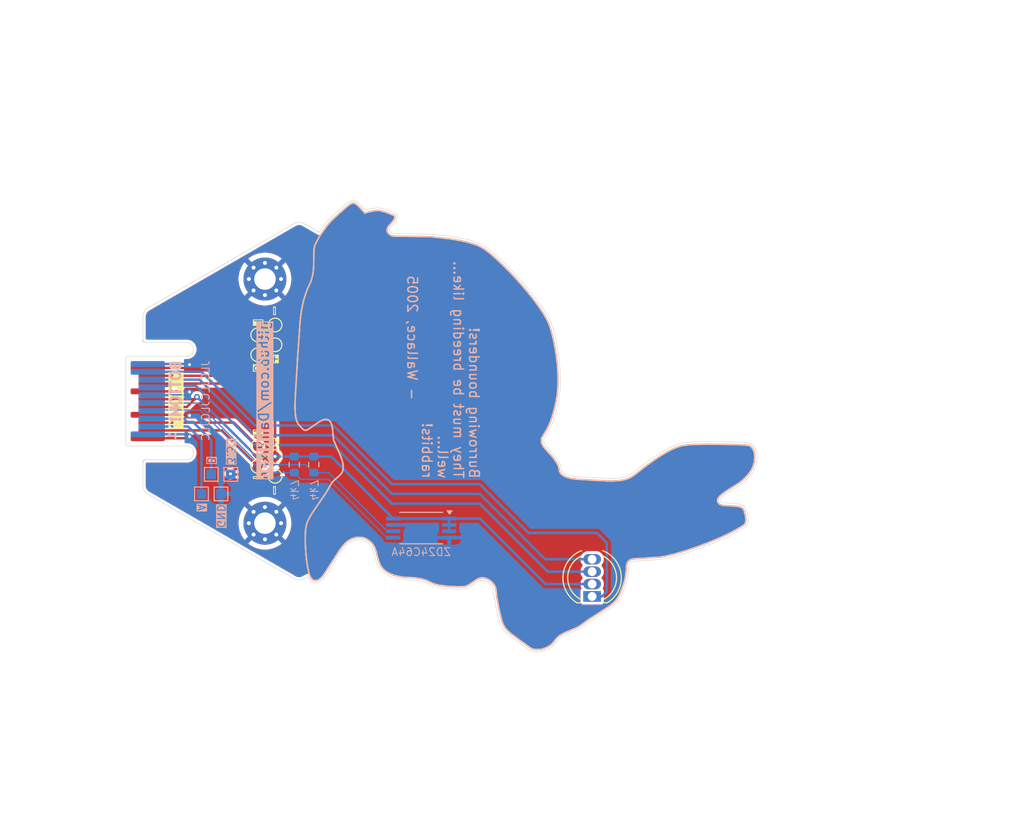
<source format=kicad_pcb>
(kicad_pcb (version 20240108) (generator "pcbnew") (generator_version "8.0")
  (layers (0 "F.Cu" signal) (31 "B.Cu" signal) (34 "B.Paste" user) (35 "F.Paste" user) (36 "B.SilkS" user "B.Silkscreen") (37 "F.SilkS" user "F.Silkscreen") (38 "B.Mask" user) (39 "F.Mask" user) (44 "Edge.Cuts" user))
  (net 0 "")
  (net 1 "GND")
  (net 2 "/HS_H")
  (net 3 "+3V3")
  (net 4 "/LED_BLUE")
  (net 5 "/HS_G")
  (net 6 "/HS_F")
  (net 7 "/SDA")
  (net 8 "/HS_I")
  (net 9 "/SCL")
  (net 10 "/LED_GREEN")
  (net 11 "/LED_RED")
  (net 12 "/LS_B")
  (net 13 "/LS_A")
  (footprint "tildagon:hexpansion-edge-connector" (layer "F.Cu") (at 98.25 100)
    (property "Reference" "J1" (hide yes))
    (property "Value" "Hexpansion-Connector" (hide yes))
    (fp_line (start 0 4.4) (end 0 -4.4) (stroke (width 0.05)) (layer "Edge.Cuts"))
    (fp_line (start 6.25 -6) (end 2 -6) (stroke (width 0.05)) (layer "Edge.Cuts"))
    (fp_line (start 6.25 -4.6) (end 0.2 -4.6) (stroke (width 0.05)) (layer "Edge.Cuts"))
    (fp_line (start 6.25 4.6) (end 0.2 4.6) (stroke (width 0.05)) (layer "Edge.Cuts"))
    (fp_line (start 6.25 6) (end 2 6) (stroke (width 0.05)) (layer "Edge.Cuts"))
    (fp_arc (start 0 -4.4) (mid 0.058579 -4.541421) (end 0.2 -4.6) (stroke (width 0.05)) (layer "Edge.Cuts"))
    (fp_arc (start 0.2 4.6) (mid 0.058579 4.541421) (end 0 4.4) (stroke (width 0.05)) (layer "Edge.Cuts"))
    (fp_arc (start 6.25 -6) (mid 6.744975 -5.794975) (end 6.95 -5.3) (stroke (width 0.05)) (layer "Edge.Cuts"))
    (fp_arc (start 6.25 4.6) (mid 6.744975 4.805025) (end 6.95 5.3) (stroke (width 0.05)) (layer "Edge.Cuts"))
    (fp_arc (start 6.95 -5.3) (mid 6.744975 -4.805025) (end 6.25 -4.6) (stroke (width 0.05)) (layer "Edge.Cuts"))
    (fp_arc (start 6.95 5.3) (mid 6.744975 5.794975) (end 6.25 6) (stroke (width 0.05)) (layer "Edge.Cuts"))
  )
  (footprint "TestPoint:TestPoint_Pad_D1.0mm" (layer "F.Cu") (at 113.538 105.664)
    (property "Reference" "TP7" (hide yes))
    (property "Value" "TestPoint")
  )
  (footprint "MountingHole:MountingHole_2.2mm_M2_Pad_Via" (layer "F.Cu") (at 112.5 87.5)
    (property "Reference" "H2" (hide yes))
    (property "Value" "MountingHole_Pad")
  )
  (footprint "LED_THT:LED_D5.0mm-4_RGB" (layer "F.Cu") (at 146 120 90)
    (property "Reference" "D1" (hide yes))
    (property "Value" "LED_RAGB")
  )
  (footprint "TestPoint:TestPoint_Pad_D1.0mm" (layer "F.Cu") (at 111.76 93.218)
    (property "Reference" "TP1" (hide yes))
    (property "Value" "TestPoint")
  )
  (footprint "TestPoint:TestPoint_Pad_D1.0mm" (layer "F.Cu") (at 111.76 95.25)
    (property "Reference" "TP2" (hide yes))
    (property "Value" "TestPoint")
  )
  (footprint "TestPoint:TestPoint_Pad_D1.0mm" (layer "F.Cu") (at 113.538 107.696)
    (property "Reference" "TP8" (hide yes))
    (property "Value" "TestPoint")
  )
  (footprint "TestPoint:TestPoint_Pad_D1.0mm" (layer "F.Cu") (at 111.76 106.68)
    (property "Reference" "TP4" (hide yes))
    (property "Value" "TestPoint")
  )
  (footprint "TestPoint:TestPoint_Pad_D1.0mm" (layer "F.Cu") (at 111.76 104.648)
    (property "Reference" "TP3" (hide yes))
    (property "Value" "TestPoint")
  )
  (footprint "TestPoint:TestPoint_Pad_D1.0mm" (layer "F.Cu") (at 113.538 94.234)
    (property "Reference" "TP5" (hide yes))
    (property "Value" "TestPoint")
  )
  (footprint "MountingHole:MountingHole_2.2mm_M2_Pad_Via" (layer "F.Cu") (at 112.5 112.5)
    (property "Reference" "H1" (hide yes))
    (property "Value" "MountingHole_Pad")
  )
  (footprint "TestPoint:TestPoint_Pad_D1.0mm" (layer "F.Cu") (at 113.538 92.202)
    (property "Reference" "TP6" (hide yes))
    (property "Value" "TestPoint")
  )
  (footprint "TestPoint:TestPoint_Pad_1.0x1.0mm" (layer "B.Cu") (at 109 107.5 180)
    (property "Reference" "TP11" (hide yes))
    (property "Value" "TestPoint")
  )
  (footprint "Package_SO:TSSOP-8_4.4x3mm_P0.65mm" (layer "B.Cu") (at 128.5 113 180)
    (property "Reference" "U1" (hide yes))
    (property "Value" "ZD24C64A")
  )
  (footprint "TestPoint:TestPoint_Pad_1.0x1.0mm" (layer "B.Cu") (at 106 109.5 180)
    (property "Reference" "TP9" (hide yes))
    (property "Value" "TestPoint")
  )
  (footprint "Resistor_SMD:R_0603_1608Metric" (layer "B.Cu") (at 117.5 106.5 -90)
    (property "Reference" "R2" (hide yes))
    (property "Value" "4k7")
  )
  (footprint "TestPoint:TestPoint_Pad_1.0x1.0mm" (layer "B.Cu") (at 108 109.5 180)
    (property "Reference" "TP12" (hide yes))
    (property "Value" "TestPoint")
  )
  (footprint "Resistor_SMD:R_0603_1608Metric" (layer "B.Cu") (at 115.5 106.5 -90)
    (property "Reference" "R1" (hide yes))
    (property "Value" "4k7")
  )
  (footprint "TestPoint:TestPoint_Pad_1.0x1.0mm" (layer "B.Cu") (at 107 107.5 180)
    (property "Reference" "TP10" (hide yes))
    (property "Value" "TestPoint")
  )
  (gr_line (start 136.127722 85.382665) (end 136.908951 86.125246) (stroke (width 0.15)) (layer "B.SilkS"))
  (gr_line (start 141.555728 125.102922) (end 141.312946 125.232071) (stroke (width 0.15)) (layer "B.SilkS"))
  (gr_line (start 161.358727 110.927258) (end 161.408659 110.964269) (stroke (width 0.15)) (layer "B.SilkS"))
  (gr_line (start 120.165609 107.593588) (end 120.376465 107.337892) (stroke (width 0.15)) (layer "B.SilkS"))
  (gr_line (start 160.065363 110.71866) (end 160.799954 110.763248) (stroke (width 0.15)) (layer "B.SilkS"))
  (gr_line (start 158.883379 109.989133) (end 158.836937 110.198729) (stroke (width 0.15)) (layer "B.SilkS"))
  (gr_line (start 125.127779 80.753449) (end 125.661358 80.976014) (stroke (width 0.15)) (layer "B.SilkS"))
  (gr_line (start 162.236 107.160732) (end 162.086923 107.372577) (stroke (width 0.15)) (layer "B.SilkS"))
  (gr_line (start 116.44061 89.758486) (end 116.695632 88.917496) (stroke (width 0.15)) (layer "B.SilkS"))
  (gr_line (start 123.355035 114.443186) (end 123.166402 114.281406) (stroke (width 0.15)) (layer "B.SilkS"))
  (gr_line (start 133.706903 83.856467) (end 134.145006 84.009614) (stroke (width 0.15)) (layer "B.SilkS"))
  (gr_line (start 147.702866 121.029051) (end 146.671159 121.704177) (stroke (width 0.15)) (layer "B.SilkS"))
  (gr_line (start 150.552599 107.394361) (end 151.199401 106.880039) (stroke (width 0.15)) (layer "B.SilkS"))
  (gr_line (start 161.408659 110.964269) (end 161.449743 111.009905) (stroke (width 0.15)) (layer "B.SilkS"))
  (gr_line (start 145.071217 122.776081) (end 144.816882 122.962978) (stroke (width 0.15)) (layer "B.SilkS"))
  (gr_line (start 121.739944 79.778519) (end 121.873364 79.865622) (stroke (width 0.15)) (layer "B.SilkS"))
  (gr_line (start 159.306481 110.655375) (end 159.616508 110.693725) (stroke (width 0.15)) (layer "B.SilkS"))
  (gr_line (start 116.007713 102.468259) (end 115.87577 102.290435) (stroke (width 0.15)) (layer "B.SilkS"))
  (gr_line (start 120.36565 105.939451) (end 120.163956 105.410949) (stroke (width 0.15)) (layer "B.SilkS"))
  (gr_line (start 123.560074 114.682445) (end 123.355035 114.443186) (stroke (width 0.15)) (layer "B.SilkS"))
  (gr_line (start 117.535089 84.33848) (end 117.592591 84.108553) (stroke (width 0.15)) (layer "B.SilkS"))
  (gr_line (start 136.612989 121.948841) (end 136.422766 121.084024) (stroke (width 0.15)) (layer "B.SilkS"))
  (gr_line (start 116.602141 102.985648) (end 116.526927 102.968868) (stroke (width 0.15)) (layer "B.SilkS"))
  (gr_line (start 124.290685 80.498265) (end 124.665358 80.592812) (stroke (width 0.15)) (layer "B.SilkS"))
  (gr_line (start 149.580003 116.630488) (end 149.534225 116.825347) (stroke (width 0.15)) (layer "B.SilkS"))
  (gr_line (start 152.270954 116.022813) (end 150.279309 116.152276) (stroke (width 0.15)) (layer "B.SilkS"))
  (gr_line (start 143.175435 107.70392) (end 143.520653 107.838335) (stroke (width 0.15)) (layer "B.SilkS"))
  (gr_line (start 139.441566 125.094815) (end 138.613198 124.49514) (stroke (width 0.15)) (layer "B.SilkS"))
  (gr_line (start 116.219877 102.708078) (end 116.007713 102.468259) (stroke (width 0.15)) (layer "B.SilkS"))
  (gr_line (start 119.214662 102.127946) (end 119.10038 102.008658) (stroke (width 0.15)) (layer "B.SilkS"))
  (gr_line (start 158.902451 110.410997) (end 159.071408 110.576063) (stroke (width 0.15)) (layer "B.SilkS"))
  (gr_line (start 161.730596 112.364266) (end 161.691609 112.477522) (stroke (width 0.15)) (layer "B.SilkS"))
  (gr_line (start 125.787918 81.275523) (end 125.730292 81.403615) (stroke (width 0.15)) (layer "B.SilkS"))
  (gr_line (start 149.449631 117.767996) (end 149.361859 118.234057) (stroke (width 0.15)) (layer "B.SilkS"))
  (gr_line (start 118.825293 101.879617) (end 118.665038 101.871895) (stroke (width 0.15)) (layer "B.SilkS"))
  (gr_line (start 119.283647 81.542754) (end 120.180689 80.708258) (stroke (width 0.15)) (layer "B.SilkS"))
  (gr_line (start 118.247887 118.086664) (end 118.11045 118.207354) (stroke (width 0.15)) (layer "B.SilkS"))
  (gr_line (start 159.071408 110.576063) (end 159.306481 110.655375) (stroke (width 0.15)) (layer "B.SilkS"))
  (gr_line (start 161.543694 112.66977) (end 161.418223 112.765586) (stroke (width 0.15)) (layer "B.SilkS"))
  (gr_line (start 123.166402 114.281406) (end 122.970415 114.151198) (stroke (width 0.15)) (layer "B.SilkS"))
  (gr_line (start 136.074092 118.991852) (end 135.950776 118.770764) (stroke (width 0.15)) (layer "B.SilkS"))
  (gr_line (start 120.376465 107.337892) (end 120.487985 107.059081) (stroke (width 0.15)) (layer "B.SilkS"))
  (gr_line (start 116.738346 112.700789) (end 116.871688 112.304877) (stroke (width 0.15)) (layer "B.SilkS"))
  (gr_line (start 142.947488 107.569744) (end 143.175435 107.70392) (stroke (width 0.15)) (layer "B.SilkS"))
  (gr_line (start 127.353894 83.128258) (end 128.736093 83.144498) (stroke (width 0.15)) (layer "B.SilkS"))
  (gr_line (start 132.236097 119.010258) (end 131.309011 118.97267) (stroke (width 0.15)) (layer "B.SilkS"))
  (gr_line (start 149.65624 116.459999) (end 149.580003 116.630488) (stroke (width 0.15)) (layer "B.SilkS"))
  (gr_line (start 160.98193 110.7938) (end 161.154158 110.841191) (stroke (width 0.15)) (layer "B.SilkS"))
  (gr_line (start 137.116284 123.235158) (end 136.986007 123.041083) (stroke (width 0.15)) (layer "B.SilkS"))
  (gr_line (start 125.031059 117.522962) (end 124.775484 117.347256) (stroke (width 0.15)) (layer "B.SilkS"))
  (gr_line (start 117.426085 118.314607) (end 117.346866 118.257983) (stroke (width 0.15)) (layer "B.SilkS"))
  (gr_line (start 137.51073 123.649939) (end 137.286794 123.434153) (stroke (width 0.15)) (layer "B.SilkS"))
  (gr_line (start 118.972453 101.928367) (end 118.825293 101.879617) (stroke (width 0.15)) (layer "B.SilkS"))
  (gr_line (start 116.752823 116.20636) (end 116.674771 115.407725) (stroke (width 0.15)) (layer "B.SilkS"))
  (gr_line (start 161.553891 111.212391) (end 161.659356 111.566692) (stroke (width 0.15)) (layer "B.SilkS"))
  (gr_line (start 116.725145 102.968375) (end 116.602141 102.985648) (stroke (width 0.15)) (layer "B.SilkS"))
  (gr_line (start 115.578404 100.717974) (end 115.59592 99.760091) (stroke (width 0.15)) (layer "B.SilkS"))
  (gr_line (start 121.873364 79.865622) (end 122.031192 79.994837) (stroke (width 0.15)) (layer "B.SilkS"))
  (gr_line (start 157.820987 104.405304) (end 159.649373 104.427427) (stroke (width 0.15)) (layer "B.SilkS"))
  (gr_line (start 132.634111 83.586883) (end 133.20488 83.715706) (stroke (width 0.15)) (layer "B.SilkS"))
  (gr_line (start 138.613198 124.49514) (end 137.798034 123.891013) (stroke (width 0.15)) (layer "B.SilkS"))
  (gr_line (start 125.763135 81.030532) (end 125.787781 81.054478) (stroke (width 0.15)) (layer "B.SilkS"))
  (gr_line (start 120.478151 106.368603) (end 120.36565 105.939451) (stroke (width 0.15)) (layer "B.SilkS"))
  (gr_line (start 148.853099 119.692828) (end 148.695733 120.00927) (stroke (width 0.15)) (layer "B.SilkS"))
  (gr_line (start 118.733139 109.420037) (end 118.949457 109.066973) (stroke (width 0.15)) (layer "B.SilkS"))
  (gr_line (start 125.80467 81.167447) (end 125.787918 81.275523) (stroke (width 0.15)) (layer "B.SilkS"))
  (gr_line (start 159.616508 110.693725) (end 160.065363 110.71866) (stroke (width 0.15)) (layer "B.SilkS"))
  (gr_line (start 117.505508 85.355006) (end 117.51157 84.696004) (stroke (width 0.15)) (layer "B.SilkS"))
  (gr_line (start 116.998697 88.190654) (end 117.152071 87.863585) (stroke (width 0.15)) (layer "B.SilkS"))
  (gr_line (start 155.561529 115.321918) (end 154.485044 115.638279) (stroke (width 0.15)) (layer "B.SilkS"))
  (gr_line (start 115.619345 101.426832) (end 115.578404 100.717974) (stroke (width 0.15)) (layer "B.SilkS"))
  (gr_line (start 118.404123 82.649251) (end 118.855923 82.036437) (stroke (width 0.15)) (layer "B.SilkS"))
  (gr_line (start 115.59592 99.760091) (end 115.841349 95.546365) (stroke (width 0.15)) (layer "B.SilkS"))
  (gr_line (start 152.422088 105.98822) (end 152.993748 105.612405) (stroke (width 0.15)) (layer "B.SilkS"))
  (gr_line (start 156.45978 104.433798) (end 157.820987 104.405304) (stroke (width 0.15)) (layer "B.SilkS"))
  (gr_line (start 148.695733 120.00927) (end 148.524418 120.275726) (stroke (width 0.15)) (layer "B.SilkS"))
  (gr_line (start 116.674771 115.407725) (end 116.630717 114.600353) (stroke (width 0.15)) (layer "B.SilkS"))
  (gr_line (start 156.673155 114.949078) (end 155.561529 115.321918) (stroke (width 0.15)) (layer "B.SilkS"))
  (gr_line (start 140.635608 125.426071) (end 140.382031 125.43845) (stroke (width 0.15)) (layer "B.SilkS"))
  (gr_line (start 135.550489 118.370135) (end 135.302742 118.220829) (stroke (width 0.15)) (layer "B.SilkS"))
  (gr_line (start 117.51157 84.696004) (end 117.535089 84.33848) (stroke (width 0.15)) (layer "B.SilkS"))
  (gr_line (start 140.328637 90.035052) (end 140.8197 90.738366) (stroke (width 0.15)) (layer "B.SilkS"))
  (gr_line (start 116.992285 117.55257) (end 116.860293 116.939571) (stroke (width 0.15)) (layer "B.SilkS"))
  (gr_line (start 117.486979 111.227512) (end 118.0572 110.403439) (stroke (width 0.15)) (layer "B.SilkS"))
  (gr_line (start 118.855923 82.036437) (end 119.283647 81.542754) (stroke (width 0.15)) (layer "B.SilkS"))
  (gr_line (start 120.381162 114.941778) (end 120.108926 115.318243) (stroke (width 0.15)) (layer "B.SilkS"))
  (gr_line (start 124.39053 116.921414) (end 124.237143 116.62601) (stroke (width 0.15)) (layer "B.SilkS"))
  (gr_line (start 144.56774 123.112613) (end 144.255629 123.263217) (stroke (width 0.15)) (layer "B.SilkS"))
  (gr_line (start 136.145884 119.242881) (end 136.074092 118.991852) (stroke (width 0.15)) (layer "B.SilkS"))
  (gr_line (start 125.798149 81.080563) (end 125.80467 81.167447) (stroke (width 0.15)) (layer "B.SilkS"))
  (gr_line (start 117.062823 117.787586) (end 116.992285 117.55257) (stroke (width 0.15)) (layer "B.SilkS"))
  (gr_line (start 122.763486 114.050539) (end 122.546955 113.980909) (stroke (width 0.15)) (layer "B.SilkS"))
  (gr_line (start 133.20488 83.715706) (end 133.706903 83.856467) (stroke (width 0.15)) (layer "B.SilkS"))
  (gr_line (start 149.219677 118.735037) (end 149.013664 119.305448) (stroke (width 0.15)) (layer "B.SilkS"))
  (gr_line (start 153.483524 115.883107) (end 152.942375 115.975439) (stroke (width 0.15)) (layer "B.SilkS"))
  (gr_line (start 139.912189 125.376026) (end 139.706433 125.276457) (stroke (width 0.15)) (layer "B.SilkS"))
  (gr_line (start 125.331753 117.679382) (end 125.031059 117.522962) (stroke (width 0.15)) (layer "B.SilkS"))
  (gr_line (start 162.604356 105.278441) (end 162.641976 105.506488) (stroke (width 0.15)) (layer "B.SilkS"))
  (gr_line (start 117.972084 102.168601) (end 117.498913 102.496863) (stroke (width 0.15)) (layer "B.SilkS"))
  (gr_line (start 128.736093 83.144498) (end 129.573062 83.177735) (stroke (width 0.15)) (layer "B.SilkS"))
  (gr_line (start 131.989873 83.4694) (end 132.634111 83.586883) (stroke (width 0.15)) (layer "B.SilkS"))
  (gr_line (start 155.506888 104.514584) (end 155.937371 104.467571) (stroke (width 0.15)) (layer "B.SilkS"))
  (gr_line (start 116.8401 88.541952) (end 116.998697 88.190654) (stroke (width 0.15)) (layer "B.SilkS"))
  (gr_line (start 125.787781 81.054478) (end 125.798149 81.080563) (stroke (width 0.15)) (layer "B.SilkS"))
  (gr_line (start 160.707247 113.19232) (end 159.837208 113.640834) (stroke (width 0.15)) (layer "B.SilkS"))
  (gr_line (start 118.625099 117.618187) (end 118.408233 117.91208) (stroke (width 0.15)) (layer "B.SilkS"))
  (gr_line (start 142.438469 99.275655) (end 142.326701 99.95521) (stroke (width 0.15)) (layer "B.SilkS"))
  (gr_line (start 129.900179 118.736441) (end 129.661749 118.650364) (stroke (width 0.15)) (layer "B.SilkS"))
  (gr_line (start 139.111505 88.495993) (end 139.754516 89.281501) (stroke (width 0.15)) (layer "B.SilkS"))
  (gr_line (start 141.213243 91.372169) (end 141.49505 91.915976) (stroke (width 0.15)) (layer "B.SilkS"))
  (gr_line (start 120.163956 105.410949) (end 119.858214 104.727403) (stroke (width 0.15)) (layer "B.SilkS"))
  (gr_line (start 145.657971 122.351348) (end 145.071217 122.776081) (stroke (width 0.15)) (layer "B.SilkS"))
  (gr_line (start 142.327501 106.239601) (end 142.444825 106.441812) (stroke (width 0.15)) (layer "B.SilkS"))
  (gr_line (start 119.115281 108.758997) (end 119.258975 108.497301) (stroke (width 0.15)) (layer "B.SilkS"))
  (gr_line (start 162.255636 104.652066) (end 162.365211 104.759984) (stroke (width 0.15)) (layer "B.SilkS"))
  (gr_line (start 161.631738 112.575639) (end 161.543694 112.66977) (stroke (width 0.15)) (layer "B.SilkS"))
  (gr_line (start 150.279309 116.152276) (end 150.102785 116.17505) (stroke (width 0.15)) (layer "B.SilkS"))
  (gr_line (start 153.532417 105.287257) (end 154.032876 105.01576) (stroke (width 0.15)) (layer "B.SilkS"))
  (gr_line (start 129.661749 118.650364) (end 129.456476 118.548386) (stroke (width 0.15)) (layer "B.SilkS"))
  (gr_line (start 155.162637 104.574203) (end 155.506888 104.514584) (stroke (width 0.15)) (layer "B.SilkS"))
  (gr_line (start 140.833828 104.313593) (end 140.958445 104.581706) (stroke (width 0.15)) (layer "B.SilkS"))
  (gr_line (start 144.816882 122.962978) (end 144.56774 123.112613) (stroke (width 0.15)) (layer "B.SilkS"))
  (gr_line (start 162.641976 105.506488) (end 162.653622 105.755217) (stroke (width 0.15)) (layer "B.SilkS"))
  (gr_line (start 142.444825 106.441812) (end 142.531649 106.627998) (stroke (width 0.15)) (layer "B.SilkS"))
  (gr_line (start 148.524418 120.275726) (end 148.317777 120.518756) (stroke (width 0.15)) (layer "B.SilkS"))
  (gr_line (start 162.637017 106.021661) (end 162.598344 106.269191) (stroke (width 0.15)) (layer "B.SilkS"))
  (gr_line (start 161.427201 108.073943) (end 161.168136 108.285256) (stroke (width 0.15)) (layer "B.SilkS"))
  (gr_line (start 126.046676 117.920898) (end 125.672181 117.813005) (stroke (width 0.15)) (layer "B.SilkS"))
  (gr_line (start 161.168136 108.285256) (end 160.8315 108.516292) (stroke (width 0.15)) (layer "B.SilkS"))
  (gr_line (start 134.521056 84.174065) (end 134.963058 84.433017) (stroke (width 0.15)) (layer "B.SilkS"))
  (gr_line (start 136.17935 119.524133) (end 136.145884 119.242881) (stroke (width 0.15)) (layer "B.SilkS"))
  (gr_line (start 117.270438 118.181871) (end 117.198872 118.085454) (stroke (width 0.15)) (layer "B.SilkS"))
  (gr_line (start 143.940341 107.933192) (end 144.462984 107.996781) (stroke (width 0.15)) (layer "B.SilkS"))
  (gr_line (start 139.754516 89.281501) (end 140.328637 90.035052) (stroke (width 0.15)) (layer "B.SilkS"))
  (gr_line (start 142.086262 124.62778) (end 141.940109 124.802869) (stroke (width 0.15)) (layer "B.SilkS"))
  (gr_line (start 125.843088 83.113429) (end 127.353894 83.128258) (stroke (width 0.15)) (layer "B.SilkS"))
  (gr_line (start 149.933341 116.224429) (end 149.777011 116.318331) (stroke (width 0.15)) (layer "B.SilkS"))
  (gr_line (start 116.860293 116.939571) (end 116.752823 116.20636) (stroke (width 0.15)) (layer "B.SilkS"))
  (gr_line (start 152.993748 105.612405) (end 153.532417 105.287257) (stroke (width 0.15)) (layer "B.SilkS"))
  (gr_line (start 115.718882 101.926974) (end 115.661492 101.696591) (stroke (width 0.15)) (layer "B.SilkS"))
  (gr_line (start 141.408391 102.812665) (end 141.084357 103.354407) (stroke (width 0.15)) (layer "B.SilkS"))
  (gr_line (start 162.137284 104.577911) (end 162.255636 104.652066) (stroke (width 0.15)) (layer "B.SilkS"))
  (gr_line (start 141.881004 93.07284) (end 142.064728 93.824057) (stroke (width 0.15)) (layer "B.SilkS"))
  (gr_line (start 150.102785 116.17505) (end 149.933341 116.224429) (stroke (width 0.15)) (layer "B.SilkS"))
  (gr_line (start 117.152071 87.863585) (end 117.261016 87.578975) (stroke (width 0.15)) (layer "B.SilkS"))
  (gr_line (start 120.180689 80.708258) (end 121.042986 79.961465) (stroke (width 0.15)) (layer "B.SilkS"))
  (gr_line (start 121.86052 113.96386) (end 121.626537 114.020105) (stroke (width 0.15)) (layer "B.SilkS"))
  (gr_line (start 129.573062 83.177735) (end 131.268863 83.362738) (stroke (width 0.15)) (layer "B.SilkS"))
  (gr_line (start 142.218129 94.603372) (end 142.351817 95.470206) (stroke (width 0.15)) (layer "B.SilkS"))
  (gr_line (start 147.588554 108.173084) (end 148.093874 108.173755) (stroke (width 0.15)) (layer "B.SilkS"))
  (gr_line (start 141.49505 91.915976) (end 141.68469 92.414607) (stroke (width 0.15)) (layer "B.SilkS"))
  (gr_line (start 117.198872 118.085454) (end 117.134616 117.968534) (stroke (width 0.15)) (layer "B.SilkS"))
  (gr_line (start 129.456476 118.548386) (end 129.028334 118.350418) (stroke (width 0.15)) (layer "B.SilkS"))
  (gr_line (start 119.258975 108.497301) (end 119.401596 108.297931) (stroke (width 0.15)) (layer "B.SilkS"))
  (gr_line (start 115.841349 95.546365) (end 116.113016 91.646252) (stroke (width 0.15)) (layer "B.SilkS"))
  (gr_line (start 122.093375 113.937809) (end 121.86052 113.96386) (stroke (width 0.15)) (layer "B.SilkS"))
  (gr_line (start 136.265707 120.213445) (end 136.17935 119.524133) (stroke (width 0.15)) (layer "B.SilkS"))
  (gr_line (start 148.093874 108.173755) (end 148.545216 108.15258) (stroke (width 0.15)) (layer "B.SilkS"))
  (gr_line (start 117.713505 83.821393) (end 118.000463 83.277838) (stroke (width 0.15)) (layer "B.SilkS"))
  (gr_line (start 142.587239 106.793291) (end 142.618115 106.958652) (stroke (width 0.15)) (layer "B.SilkS"))
  (gr_line (start 121.463878 79.727162) (end 121.550141 79.718635) (stroke (width 0.15)) (layer "B.SilkS"))
  (gr_line (start 141.513533 105.236483) (end 141.987383 105.771435) (stroke (width 0.15)) (layer "B.SilkS"))
  (gr_line (start 151.822378 106.411744) (end 152.422088 105.98822) (stroke (width 0.15)) (layer "B.SilkS"))
  (gr_line (start 142.351817 95.470206) (end 142.443356 96.277585) (stroke (width 0.15)) (layer "B.SilkS"))
  (gr_line (start 133.72074 118.578552) (end 133.33739 118.829439) (stroke (width 0.15)) (layer "B.SilkS"))
  (gr_line (start 142.326701 99.95521) (end 142.147053 100.753567) (stroke (width 0.15)) (layer "B.SilkS"))
  (gr_line (start 116.243882 90.677368) (end 116.44061 89.758486) (stroke (width 0.15)) (layer "B.SilkS"))
  (gr_line (start 122.409567 80.385674) (end 122.728325 80.756033) (stroke (width 0.15)) (layer "B.SilkS"))
  (gr_line (start 121.213146 79.842866) (end 121.354489 79.765152) (stroke (width 0.15)) (layer "B.SilkS"))
  (gr_line (start 135.302742 118.220829) (end 135.039565 118.124399) (stroke (width 0.15)) (layer "B.SilkS"))
  (gr_line (start 154.489414 104.800893) (end 154.895068 104.645626) (stroke (width 0.15)) (layer "B.SilkS"))
  (gr_line (start 142.368076 124.272203) (end 142.086262 124.62778) (stroke (width 0.15)) (layer "B.SilkS"))
  (gr_line (start 121.626537 114.020105) (end 121.355163 114.116065) (stroke (width 0.15)) (layer "B.SilkS"))
  (gr_line (start 123.968926 115.72949) (end 123.861408 115.322606) (stroke (width 0.15)) (layer "B.SilkS"))
  (gr_line (start 149.92842 107.825601) (end 150.219232 107.644488) (stroke (width 0.15)) (layer "B.SilkS"))
  (gr_line (start 119.401596 108.297931) (end 119.585869 108.103839) (stroke (width 0.15)) (layer "B.SilkS"))
  (gr_line (start 142.147053 100.753567) (end 141.930106 101.535935) (stroke (width 0.15)) (layer "B.SilkS"))
  (gr_line (start 123.022551 80.654168) (end 123.541739 80.53007) (stroke (width 0.15)) (layer "B.SilkS"))
  (gr_line (start 135.039565 118.124399) (end 134.775811 118.090657) (stroke (width 0.15)) (layer "B.SilkS"))
  (gr_line (start 145.120834 108.037246) (end 146.414027 108.109167) (stroke (width 0.15)) (layer "B.SilkS"))
  (gr_line (start 124.569462 117.156237) (end 124.39053 116.921414) (stroke (width 0.15)) (layer "B.SilkS"))
  (gr_line (start 133.063135 118.949708) (end 132.918466 118.981891) (stroke (width 0.15)) (layer "B.SilkS"))
  (gr_line (start 149.635226 107.947482) (end 149.92842 107.825601) (stroke (width 0.15)) (layer "B.SilkS"))
  (gr_line (start 161.630504 104.490182) (end 161.985252 104.529492) (stroke (width 0.15)) (layer "B.SilkS"))
  (gr_line (start 119.458171 103.326512) (end 119.413277 102.792294) (stroke (width 0.15)) (layer "B.SilkS"))
  (gr_line (start 118.949457 109.066973) (end 119.115281 108.758997) (stroke (width 0.15)) (layer "B.SilkS"))
  (gr_line (start 140.958445 104.581706) (end 141.179267 104.871741) (stroke (width 0.15)) (layer "B.SilkS"))
  (gr_line (start 149.311354 108.040786) (end 149.635226 107.947482) (stroke (width 0.15)) (layer "B.SilkS"))
  (gr_line (start 161.659356 111.566692) (end 161.716249 111.825838) (stroke (width 0.15)) (layer "B.SilkS"))
  (gr_line (start 141.987383 105.771435) (end 142.327501 106.239601) (stroke (width 0.15)) (layer "B.SilkS"))
  (gr_line (start 134.963058 84.433017) (end 135.488081 84.826414) (stroke (width 0.15)) (layer "B.SilkS"))
  (gr_line (start 125.380132 83.022844) (end 125.552483 83.087215) (stroke (width 0.15)) (layer "B.SilkS"))
  (gr_line (start 127.329379 118.067085) (end 126.875019 118.049805) (stroke (width 0.15)) (layer "B.SilkS"))
  (gr_line (start 141.765997 124.958356) (end 141.555728 125.102922) (stroke (width 0.15)) (layer "B.SilkS"))
  (gr_line (start 124.01889 80.468856) (end 124.290685 80.498265) (stroke (width 0.15)) (layer "B.SilkS"))
  (gr_line (start 142.77197 107.399555) (end 142.947488 107.569744) (stroke (width 0.15)) (layer "B.SilkS"))
  (gr_line (start 117.134616 117.968534) (end 117.062823 117.787586) (stroke (width 0.15)) (layer "B.SilkS"))
  (gr_line (start 157.781701 114.53462) (end 156.673155 114.949078) (stroke (width 0.15)) (layer "B.SilkS"))
  (gr_line (start 158.849113 114.09349) (end 157.781701 114.53462) (stroke (width 0.15)) (layer "B.SilkS"))
  (gr_line (start 116.630717 114.600353) (end 116.624759 113.840791) (stroke (width 0.15)) (layer "B.SilkS"))
  (gr_line (start 125.60959 81.574996) (end 125.40865 81.799868) (stroke (width 0.15)) (layer "B.SilkS"))
  (gr_line (start 158.836937 110.198729) (end 158.902451 110.410997) (stroke (width 0.15)) (layer "B.SilkS"))
  (gr_line (start 125.730292 81.403615) (end 125.60959 81.574996) (stroke (width 0.15)) (layer "B.SilkS"))
  (gr_line (start 149.777011 116.318331) (end 149.65624 116.459999) (stroke (width 0.15)) (layer "B.SilkS"))
  (gr_line (start 131.268863 83.362738) (end 131.989873 83.4694) (stroke (width 0.15)) (layer "B.SilkS"))
  (gr_line (start 144.462984 107.996781) (end 145.120834 108.037246) (stroke (width 0.15)) (layer "B.SilkS"))
  (gr_line (start 117.498913 102.496863) (end 116.960734 102.870395) (stroke (width 0.15)) (layer "B.SilkS"))
  (gr_line (start 118.665038 101.871895) (end 118.503587 101.90243) (stroke (width 0.15)) (layer "B.SilkS"))
  (gr_line (start 122.728325 80.756033) (end 123.022551 80.654168) (stroke (width 0.15)) (layer "B.SilkS"))
  (gr_line (start 141.312946 125.232071) (end 141.081827 125.327128) (stroke (width 0.15)) (layer "B.SilkS"))
  (gr_line (start 142.534093 124.113451) (end 142.368076 124.272203) (stroke (width 0.15)) (layer "B.SilkS"))
  (gr_line (start 124.237143 116.62601) (end 124.099482 116.239499) (stroke (width 0.15)) (layer "B.SilkS"))
  (gr_line (start 121.550141 79.718635) (end 121.634999 79.7332) (stroke (width 0.15)) (layer "B.SilkS"))
  (gr_line (start 140.800369 104.047459) (end 140.833828 104.313593) (stroke (width 0.15)) (layer "B.SilkS"))
  (gr_line (start 116.660264 113.187815) (end 116.738346 112.700789) (stroke (width 0.15)) (layer "B.SilkS"))
  (gr_line (start 129.028334 118.350418) (end 128.49924 118.196991) (stroke (width 0.15)) (layer "B.SilkS"))
  (gr_line (start 133.33739 118.829439) (end 133.196761 118.900921) (stroke (width 0.15)) (layer "B.SilkS"))
  (gr_line (start 122.970415 114.151198) (end 122.763486 114.050539) (stroke (width 0.15)) (layer "B.SilkS"))
  (gr_line (start 149.013664 119.305448) (end 148.853099 119.692828) (stroke (width 0.15)) (layer "B.SilkS"))
  (gr_line (start 120.862933 114.417552) (end 120.626723 114.646768) (stroke (width 0.15)) (layer "B.SilkS"))
  (gr_line (start 149.492783 117.289886) (end 149.449631 117.767996) (stroke (width 0.15)) (layer "B.SilkS"))
  (gr_line (start 121.10332 114.243656) (end 120.862933 114.417552) (stroke (width 0.15)) (layer "B.SilkS"))
  (gr_line (start 142.722124 123.970518) (end 142.534093 124.113451) (stroke (width 0.15)) (layer "B.SilkS"))
  (gr_line (start 162.086923 107.372577) (end 161.690085 107.822008) (stroke (width 0.15)) (layer "B.SilkS"))
  (gr_line (start 143.819145 123.445295) (end 143.174507 123.720104) (stroke (width 0.15)) (layer "B.SilkS"))
  (gr_line (start 144.255629 123.263217) (end 143.819145 123.445295) (stroke (width 0.15)) (layer "B.SilkS"))
  (gr_line (start 155.937371 104.467571) (end 156.45978 104.433798) (stroke (width 0.15)) (layer "B.SilkS"))
  (gr_line (start 115.87577 102.290435) (end 115.790935 102.123425) (stroke (width 0.15)) (layer "B.SilkS"))
  (gr_line (start 118.334981 101.965335) (end 117.972084 102.168601) (stroke (width 0.15)) (layer "B.SilkS"))
  (gr_line (start 135.950776 118.770764) (end 135.775031 118.565217) (stroke (width 0.15)) (layer "B.SilkS"))
  (gr_line (start 117.67419 118.380248) (end 117.589121 118.374738) (stroke (width 0.15)) (layer "B.SilkS"))
  (gr_line (start 117.592591 84.108553) (end 117.713505 83.821393) (stroke (width 0.15)) (layer "B.SilkS"))
  (gr_line (start 140.861124 103.718147) (end 140.810757 103.881762) (stroke (width 0.15)) (layer "B.SilkS"))
  (gr_line (start 142.064728 93.824057) (end 142.218129 94.603372) (stroke (width 0.15)) (layer "B.SilkS"))
  (gr_line (start 124.665358 80.592812) (end 125.127779 80.753449) (stroke (width 0.15)) (layer "B.SilkS"))
  (gr_line (start 148.94945 108.108658) (end 149.311354 108.040786) (stroke (width 0.15)) (layer "B.SilkS"))
  (gr_line (start 118.408233 117.91208) (end 118.247887 118.086664) (stroke (width 0.15)) (layer "B.SilkS"))
  (gr_line (start 117.341514 87.279556) (end 117.416809 86.897581) (stroke (width 0.15)) (layer "B.SilkS"))
  (gr_line (start 118.000463 83.277838) (end 118.404123 82.649251) (stroke (width 0.15)) (layer "B.SilkS"))
  (gr_line (start 121.634999 79.7332) (end 121.739944 79.778519) (stroke (width 0.15)) (layer "B.SilkS"))
  (gr_line (start 142.496212 98.610246) (end 142.438469 99.275655) (stroke (width 0.15)) (layer "B.SilkS"))
  (gr_line (start 130.518414 118.878701) (end 130.188119 118.813429) (stroke (width 0.15)) (layer "B.SilkS"))
  (gr_line (start 141.685994 102.216137) (end 141.408391 102.812665) (stroke (width 0.15)) (layer "B.SilkS"))
  (gr_line (start 151.199401 106.880039) (end 151.822378 106.411744) (stroke (width 0.15)) (layer "B.SilkS"))
  (gr_line (start 140.116677 125.424634) (end 139.912189 125.376026) (stroke (width 0.15)) (layer "B.SilkS"))
  (gr_line (start 119.341235 102.403982) (end 119.214662 102.127946) (stroke (width 0.15)) (layer "B.SilkS"))
  (gr_line (start 141.081827 125.327128) (end 140.862531 125.390069) (stroke (width 0.15)) (layer "B.SilkS"))
  (gr_line (start 131.309011 118.97267) (end 130.518414 118.878701) (stroke (width 0.15)) (layer "B.SilkS"))
  (gr_line (start 158.995732 109.813169) (end 158.883379 109.989133) (stroke (width 0.15)) (layer "B.SilkS"))
  (gr_line (start 123.541739 80.53007) (end 124.01889 80.468856) (stroke (width 0.15)) (layer "B.SilkS"))
  (gr_line (start 117.346866 118.257983) (end 117.270438 118.181871) (stroke (width 0.15)) (layer "B.SilkS"))
  (gr_line (start 142.531649 106.627998) (end 142.587239 106.793291) (stroke (width 0.15)) (layer "B.SilkS"))
  (gr_line (start 134.331602 118.183012) (end 134.077119 118.333634) (stroke (width 0.15)) (layer "B.SilkS"))
  (gr_line (start 134.077119 118.333634) (end 133.72074 118.578552) (stroke (width 0.15)) (layer "B.SilkS"))
  (gr_line (start 124.775484 117.347256) (end 124.569462 117.156237) (stroke (width 0.15)) (layer "B.SilkS"))
  (gr_line (start 130.188119 118.813429) (end 129.900179 118.736441) (stroke (width 0.15)) (layer "B.SilkS"))
  (gr_line (start 160.799954 110.763248) (end 160.98193 110.7938) (stroke (width 0.15)) (layer "B.SilkS"))
  (gr_line (start 161.449743 111.009905) (end 161.553891 111.212391) (stroke (width 0.15)) (layer "B.SilkS"))
  (gr_line (start 137.286794 123.434153) (end 137.116284 123.235158) (stroke (width 0.15)) (layer "B.SilkS"))
  (gr_line (start 132.744659 119.00104) (end 132.236097 119.010258) (stroke (width 0.15)) (layer "B.SilkS"))
  (gr_line (start 116.835781 102.933564) (end 116.725145 102.968375) (stroke (width 0.15)) (layer "B.SilkS"))
  (gr_line (start 118.0572 110.403439) (end 118.733139 109.420037) (stroke (width 0.15)) (layer "B.SilkS"))
  (gr_line (start 141.940109 124.802869) (end 141.765997 124.958356) (stroke (width 0.15)) (layer "B.SilkS"))
  (gr_line (start 137.798034 123.891013) (end 137.51073 123.649939) (stroke (width 0.15)) (layer "B.SilkS"))
  (gr_line (start 120.108926 115.318243) (end 119.426812 116.371874) (stroke (width 0.15)) (layer "B.SilkS"))
  (gr_line (start 161.716249 111.825838) (end 161.746134 112.04468) (stroke (width 0.15)) (layer "B.SilkS"))
  (gr_line (start 143.174507 123.720104) (end 142.722124 123.970518) (stroke (width 0.15)) (layer "B.SilkS"))
  (gr_line (start 116.960734 102.870395) (end 116.835781 102.933564) (stroke (width 0.15)) (layer "B.SilkS"))
  (gr_line (start 160.8315 108.516292) (end 160.332605 108.827748) (stroke (width 0.15)) (layer "B.SilkS"))
  (gr_line (start 117.768321 118.368196) (end 117.67419 118.380248) (stroke (width 0.15)) (layer "B.SilkS"))
  (gr_line (start 161.418223 112.765586) (end 160.707247 113.19232) (stroke (width 0.15)) (layer "B.SilkS"))
  (gr_line (start 137.674863 86.900352) (end 138.413631 87.696386) (stroke (width 0.15)) (layer "B.SilkS"))
  (gr_line (start 125.094059 82.773736) (end 125.226546 82.910049) (stroke (width 0.15)) (layer "B.SilkS"))
  (gr_line (start 120.51356 106.74898) (end 120.478151 106.368603) (stroke (width 0.15)) (layer "B.SilkS"))
  (gr_line (start 141.68469 92.414607) (end 141.881004 93.07284) (stroke (width 0.15)) (layer "B.SilkS"))
  (gr_line (start 125.184168 82.049702) (end 125.033575 82.282273) (stroke (width 0.15)) (layer "B.SilkS"))
  (gr_line (start 152.942375 115.975439) (end 152.270954 116.022813) (stroke (width 0.15)) (layer "B.SilkS"))
  (gr_line (start 143.520653 107.838335) (end 143.940341 107.933192) (stroke (width 0.15)) (layer "B.SilkS"))
  (gr_line (start 136.908951 86.125246) (end 137.674863 86.900352) (stroke (width 0.15)) (layer "B.SilkS"))
  (gr_line (start 140.862531 125.390069) (end 140.635608 125.426071) (stroke (width 0.15)) (layer "B.SilkS"))
  (gr_line (start 142.512814 97.851842) (end 142.496212 98.610246) (stroke (width 0.15)) (layer "B.SilkS"))
  (gr_line (start 127.919133 118.100335) (end 127.329379 118.067085) (stroke (width 0.15)) (layer "B.SilkS"))
  (gr_line (start 119.426812 116.371874) (end 118.625099 117.618187) (stroke (width 0.15)) (layer "B.SilkS"))
  (gr_line (start 136.986007 123.041083) (end 136.882658 122.837113) (stroke (width 0.15)) (layer "B.SilkS"))
  (gr_line (start 142.618115 106.958652) (end 142.66236 107.183954) (stroke (width 0.15)) (layer "B.SilkS"))
  (gr_line (start 148.545216 108.15258) (end 148.94945 108.108658) (stroke (width 0.15)) (layer "B.SilkS"))
  (gr_line (start 150.219232 107.644488) (end 150.552599 107.394361) (stroke (width 0.15)) (layer "B.SilkS"))
  (gr_line (start 117.895117 118.332223) (end 117.768321 118.368196) (stroke (width 0.15)) (layer "B.SilkS"))
  (gr_line (start 142.66236 107.183954) (end 142.77197 107.399555) (stroke (width 0.15)) (layer "B.SilkS"))
  (gr_line (start 125.226546 82.910049) (end 125.380132 83.022844) (stroke (width 0.15)) (layer "B.SilkS"))
  (gr_line (start 117.48677 86.320313) (end 117.505508 85.355006) (stroke (width 0.15)) (layer "B.SilkS"))
  (gr_line (start 121.042986 79.961465) (end 121.213146 79.842866) (stroke (width 0.15)) (layer "B.SilkS"))
  (gr_line (start 119.49806 103.775822) (end 119.458171 103.326512) (stroke (width 0.15)) (layer "B.SilkS"))
  (gr_line (start 118.503587 101.90243) (end 118.334981 101.965335) (stroke (width 0.15)) (layer "B.SilkS"))
  (gr_line (start 116.695632 88.917496) (end 116.8401 88.541952) (stroke (width 0.15)) (layer "B.SilkS"))
  (gr_line (start 148.317777 120.518756) (end 148.051177 120.763431) (stroke (width 0.15)) (layer "B.SilkS"))
  (gr_line (start 149.534225 116.825347) (end 149.492783 117.289886) (stroke (width 0.15)) (layer "B.SilkS"))
  (gr_line (start 162.462416 104.901583) (end 162.543414 105.075455) (stroke (width 0.15)) (layer "B.SilkS"))
  (gr_line (start 118.11045 118.207354) (end 117.999815 118.283683) (stroke (width 0.15)) (layer "B.SilkS"))
  (gr_line (start 117.589121 118.374738) (end 117.506839 118.353067) (stroke (width 0.15)) (layer "B.SilkS"))
  (gr_line (start 159.621567 109.285154) (end 159.156679 109.645049) (stroke (width 0.15)) (layer "B.SilkS"))
  (gr_line (start 141.930106 101.535935) (end 141.685994 102.216137) (stroke (width 0.15)) (layer "B.SilkS"))
  (gr_line (start 122.322834 113.943281) (end 122.093375 113.937809) (stroke (width 0.15)) (layer "B.SilkS"))
  (gr_line (start 117.506839 118.353067) (end 117.426085 118.314607) (stroke (width 0.15)) (layer "B.SilkS"))
  (gr_line (start 162.653622 105.755217) (end 162.637017 106.021661) (stroke (width 0.15)) (layer "B.SilkS"))
  (gr_line (start 120.626723 114.646768) (end 120.381162 114.941778) (stroke (width 0.15)) (layer "B.SilkS"))
  (gr_line (start 126.449518 118.000564) (end 126.046676 117.920898) (stroke (width 0.15)) (layer "B.SilkS"))
  (gr_line (start 135.488081 84.826414) (end 136.127722 85.382665) (stroke (width 0.15)) (layer "B.SilkS"))
  (gr_line (start 119.585869 108.103839) (end 119.857917 107.866436) (stroke (width 0.15)) (layer "B.SilkS"))
  (gr_line (start 140.8197 90.738366) (end 141.213243 91.372169) (stroke (width 0.15)) (layer "B.SilkS"))
  (gr_line (start 159.837208 113.640834) (end 158.849113 114.09349) (stroke (width 0.15)) (layer "B.SilkS"))
  (gr_line (start 121.354489 79.765152) (end 121.463878 79.727162) (stroke (width 0.15)) (layer "B.SilkS"))
  (gr_line (start 140.810757 103.881762) (end 140.800369 104.047459) (stroke (width 0.15)) (layer "B.SilkS"))
  (gr_line (start 116.624759 113.840791) (end 116.660264 113.187815) (stroke (width 0.15)) (layer "B.SilkS"))
  (gr_line (start 133.196761 118.900921) (end 133.063135 118.949708) (stroke (width 0.15)) (layer "B.SilkS"))
  (gr_line (start 154.485044 115.638279) (end 153.483524 115.883107) (stroke (width 0.15)) (layer "B.SilkS"))
  (gr_line (start 136.882658 122.837113) (end 136.796102 122.610153) (stroke (width 0.15)) (layer "B.SilkS"))
  (gr_line (start 139.706433 125.276457) (end 139.441566 125.094815) (stroke (width 0.15)) (layer "B.SilkS"))
  (gr_line (start 148.051177 120.763431) (end 147.702866 121.029051) (stroke (width 0.15)) (layer "B.SilkS"))
  (gr_line (start 119.10038 102.008658) (end 118.972453 101.928367) (stroke (width 0.15)) (layer "B.SilkS"))
  (gr_line (start 125.552483 83.087215) (end 125.843088 83.113429) (stroke (width 0.15)) (layer "B.SilkS"))
  (gr_line (start 126.875019 118.049805) (end 126.449518 118.000564) (stroke (width 0.15)) (layer "B.SilkS"))
  (gr_line (start 162.360943 106.945935) (end 162.236 107.160732) (stroke (width 0.15)) (layer "B.SilkS"))
  (gr_line (start 136.422766 121.084024) (end 136.265707 120.213445) (stroke (width 0.15)) (layer "B.SilkS"))
  (gr_line (start 161.985252 104.529492) (end 162.137284 104.577911) (stroke (width 0.15)) (layer "B.SilkS"))
  (gr_line (start 162.461635 106.728309) (end 162.360943 106.945935) (stroke (width 0.15)) (layer "B.SilkS"))
  (gr_line (start 135.775031 118.565217) (end 135.550489 118.370135) (stroke (width 0.15)) (layer "B.SilkS"))
  (gr_line (start 117.261016 87.578975) (end 117.341514 87.279556) (stroke (width 0.15)) (layer "B.SilkS"))
  (gr_line (start 125.40865 81.799868) (end 125.184168 82.049702) (stroke (width 0.15)) (layer "B.SilkS"))
  (gr_line (start 141.084357 103.354407) (end 140.861124 103.718147) (stroke (width 0.15)) (layer "B.SilkS"))
  (gr_line (start 159.649373 104.427427) (end 161.630504 104.490182) (stroke (width 0.15)) (layer "B.SilkS"))
  (gr_line (start 117.10613 111.837856) (end 117.486979 111.227512) (stroke (width 0.15)) (layer "B.SilkS"))
  (gr_line (start 119.857917 107.866436) (end 120.165609 107.593588) (stroke (width 0.15)) (layer "B.SilkS"))
  (gr_line (start 120.487985 107.059081) (end 120.51356 106.74898) (stroke (width 0.15)) (layer "B.SilkS"))
  (gr_line (start 161.746134 112.04468) (end 161.749863 112.222864) (stroke (width 0.15)) (layer "B.SilkS"))
  (gr_line (start 162.365211 104.759984) (end 162.462416 104.901583) (stroke (width 0.15)) (layer "B.SilkS"))
  (gr_line (start 115.661492 101.696591) (end 115.619345 101.426832) (stroke (width 0.15)) (layer "B.SilkS"))
  (gr_line (start 124.988821 82.543586) (end 125.094059 82.773736) (stroke (width 0.15)) (layer "B.SilkS"))
  (gr_line (start 119.413277 102.792294) (end 119.341235 102.403982) (stroke (width 0.15)) (layer "B.SilkS"))
  (gr_line (start 161.690085 107.822008) (end 161.427201 108.073943) (stroke (width 0.15)) (layer "B.SilkS"))
  (gr_line (start 132.918466 118.981891) (end 132.744659 119.00104) (stroke (width 0.15)) (layer "B.SilkS"))
  (gr_line (start 142.443356 96.277585) (end 142.495954 97.05967) (stroke (width 0.15)) (layer "B.SilkS"))
  (gr_line (start 134.550574 118.106991) (end 134.331602 118.183012) (stroke (width 0.15)) (layer "B.SilkS"))
  (gr_line (start 146.671159 121.704177) (end 145.657971 122.351348) (stroke (width 0.15)) (layer "B.SilkS"))
  (gr_line (start 122.546955 113.980909) (end 122.322834 113.943281) (stroke (width 0.15)) (layer "B.SilkS"))
  (gr_line (start 142.495954 97.05967) (end 142.512814 97.851842) (stroke (width 0.15)) (layer "B.SilkS"))
  (gr_line (start 117.416809 86.897581) (end 117.48677 86.320313) (stroke (width 0.15)) (layer "B.SilkS"))
  (gr_line (start 154.032876 105.01576) (end 154.489414 104.800893) (stroke (width 0.15)) (layer "B.SilkS"))
  (gr_line (start 149.361859 118.234057) (end 149.219677 118.735037) (stroke (width 0.15)) (layer "B.SilkS"))
  (gr_line (start 140.382031 125.43845) (end 140.116677 125.424634) (stroke (width 0.15)) (layer "B.SilkS"))
  (gr_line (start 115.790935 102.123425) (end 115.718882 101.926974) (stroke (width 0.15)) (layer "B.SilkS"))
  (gr_line (start 123.861408 115.322606) (end 123.727737 114.974757) (stroke (width 0.15)) (layer "B.SilkS"))
  (gr_line (start 125.661358 80.976014) (end 125.763135 81.030532) (stroke (width 0.15)) (layer "B.SilkS"))
  (gr_line (start 161.691609 112.477522) (end 161.631738 112.575639) (stroke (width 0.15)) (layer "B.SilkS"))
  (gr_line (start 162.598344 106.269191) (end 162.5402 106.504064) (stroke (width 0.15)) (layer "B.SilkS"))
  (gr_line (start 146.414027 108.109167) (end 147.588554 108.173084) (stroke (width 0.15)) (layer "B.SilkS"))
  (gr_line (start 116.526927 102.968868) (end 116.411168 102.892358) (stroke (width 0.15)) (layer "B.SilkS"))
  (gr_line (start 159.156679 109.645049) (end 158.995732 109.813169) (stroke (width 0.15)) (layer "B.SilkS"))
  (gr_line (start 116.871688 112.304877) (end 117.10613 111.837856) (stroke (width 0.15)) (layer "B.SilkS"))
  (gr_line (start 161.749863 112.222864) (end 161.730596 112.364266) (stroke (width 0.15)) (layer "B.SilkS"))
  (gr_line (start 121.355163 114.116065) (end 121.10332 114.243656) (stroke (width 0.15)) (layer "B.SilkS"))
  (gr_line (start 134.145006 84.009614) (end 134.521056 84.174065) (stroke (width 0.15)) (layer "B.SilkS"))
  (gr_line (start 116.411168 102.892358) (end 116.219877 102.708078) (stroke (width 0.15)) (layer "B.SilkS"))
  (gr_line (start 117.999815 118.283683) (end 117.895117 118.332223) (stroke (width 0.15)) (layer "B.SilkS"))
  (gr_line (start 162.5402 106.504064) (end 162.461635 106.728309) (stroke (width 0.15)) (layer "B.SilkS"))
  (gr_line (start 141.179267 104.871741) (end 141.513533 105.236483) (stroke (width 0.15)) (layer "B.SilkS"))
  (gr_line (start 116.113016 91.646252) (end 116.243882 90.677368) (stroke (width 0.15)) (layer "B.SilkS"))
  (gr_line (start 123.727737 114.974757) (end 123.560074 114.682445) (stroke (width 0.15)) (layer "B.SilkS"))
  (gr_line (start 161.154158 110.841191) (end 161.358727 110.927258) (stroke (width 0.15)) (layer "B.SilkS"))
  (gr_line (start 134.775811 118.090657) (end 134.550574 118.106991) (stroke (width 0.15)) (layer "B.SilkS"))
  (gr_line (start 119.53948 104.011573) (end 119.49806 103.775822) (stroke (width 0.15)) (layer "B.SilkS"))
  (gr_line (start 154.895068 104.645626) (end 155.162637 104.574203) (stroke (width 0.15)) (layer "B.SilkS"))
  (gr_line (start 125.033575 82.282273) (end 124.988821 82.543586) (stroke (width 0.15)) (layer "B.SilkS"))
  (gr_line (start 136.796102 122.610153) (end 136.612989 121.948841) (stroke (width 0.15)) (layer "B.SilkS"))
  (gr_line (start 122.031192 79.994837) (end 122.409567 80.385674) (stroke (width 0.15)) (layer "B.SilkS"))
  (gr_line (start 162.543414 105.075455) (end 162.604356 105.278441) (stroke (width 0.15)) (layer "B.SilkS"))
  (gr_line (start 138.413631 87.696386) (end 139.111505 88.495993) (stroke (width 0.15)) (layer "B.SilkS"))
  (gr_line (start 119.858214 104.727403) (end 119.53948 104.011573) (stroke (width 0.15)) (layer "B.SilkS"))
  (gr_line (start 124.099482 116.239499) (end 123.968926 115.72949) (stroke (width 0.15)) (layer "B.SilkS"))
  (gr_line (start 160.332605 108.827748) (end 159.621567 109.285154) (stroke (width 0.15)) (layer "B.SilkS"))
  (gr_line (start 128.49924 118.196991) (end 127.919133 118.100335) (stroke (width 0.15)) (layer "B.SilkS"))
  (gr_line (start 125.672181 117.813005) (end 125.331753 117.679382) (stroke (width 0.15)) (layer "B.SilkS"))
  (gr_line (start 136.422766 121.084024) (end 136.265707 120.213445) (stroke (width 0.15)) (layer "F.SilkS"))
  (gr_line (start 155.937371 104.467571) (end 156.45978 104.433798) (stroke (width 0.15)) (layer "F.SilkS"))
  (gr_line (start 120.163956 105.410949) (end 119.858214 104.727403) (stroke (width 0.15)) (layer "F.SilkS"))
  (gr_line (start 123.355035 114.443186) (end 123.166402 114.281406) (stroke (width 0.15)) (layer "F.SilkS"))
  (gr_line (start 136.882658 122.837113) (end 136.796102 122.610153) (stroke (width 0.15)) (layer "F.SilkS"))
  (gr_line (start 116.44061 89.758486) (end 116.695632 88.917496) (stroke (width 0.15)) (layer "F.SilkS"))
  (gr_line (start 124.775484 117.347256) (end 124.569462 117.156237) (stroke (width 0.15)) (layer "F.SilkS"))
  (gr_line (start 149.311354 108.040786) (end 149.635226 107.947482) (stroke (width 0.15)) (layer "F.SilkS"))
  (gr_line (start 145.071217 122.776081) (end 144.816882 122.962978) (stroke (width 0.15)) (layer "F.SilkS"))
  (gr_line (start 127.919133 118.100335) (end 127.329379 118.067085) (stroke (width 0.15)) (layer "F.SilkS"))
  (gr_line (start 160.065363 110.71866) (end 160.799954 110.763248) (stroke (width 0.15)) (layer "F.SilkS"))
  (gr_line (start 140.116677 125.424634) (end 139.912189 125.376026) (stroke (width 0.15)) (layer "F.SilkS"))
  (gr_line (start 162.462416 104.901583) (end 162.543414 105.075455) (stroke (width 0.15)) (layer "F.SilkS"))
  (gr_line (start 115.718882 101.926974) (end 115.661492 101.696591) (stroke (width 0.15)) (layer "F.SilkS"))
  (gr_line (start 142.351817 95.470206) (end 142.443356 96.277585) (stroke (width 0.15)) (layer "F.SilkS"))
  (gr_line (start 148.317777 120.518756) (end 148.051177 120.763431) (stroke (width 0.15)) (layer "F.SilkS"))
  (gr_line (start 125.787781 81.054478) (end 125.798149 81.080563) (stroke (width 0.15)) (layer "F.SilkS"))
  (gr_line (start 134.521056 84.174065) (end 134.963058 84.433017) (stroke (width 0.15)) (layer "F.SilkS"))
  (gr_line (start 159.156679 109.645049) (end 158.995732 109.813169) (stroke (width 0.15)) (layer "F.SilkS"))
  (gr_line (start 135.302742 118.220829) (end 135.039565 118.124399) (stroke (width 0.15)) (layer "F.SilkS"))
  (gr_line (start 119.341235 102.403982) (end 119.214662 102.127946) (stroke (width 0.15)) (layer "F.SilkS"))
  (gr_line (start 121.213146 79.842866) (end 121.354489 79.765152) (stroke (width 0.15)) (layer "F.SilkS"))
  (gr_line (start 117.67419 118.380248) (end 117.589121 118.374738) (stroke (width 0.15)) (layer "F.SilkS"))
  (gr_line (start 148.524418 120.275726) (end 148.317777 120.518756) (stroke (width 0.15)) (layer "F.SilkS"))
  (gr_line (start 125.184168 82.049702) (end 125.033575 82.282273) (stroke (width 0.15)) (layer "F.SilkS"))
  (gr_line (start 116.835781 102.933564) (end 116.725145 102.968375) (stroke (width 0.15)) (layer "F.SilkS"))
  (gr_line (start 146.414027 108.109167) (end 147.588554 108.173084) (stroke (width 0.15)) (layer "F.SilkS"))
  (gr_line (start 149.580003 116.630488) (end 149.534225 116.825347) (stroke (width 0.15)) (layer "F.SilkS"))
  (gr_line (start 136.908951 86.125246) (end 137.674863 86.900352) (stroke (width 0.15)) (layer "F.SilkS"))
  (gr_line (start 123.541739 80.53007) (end 124.01889 80.468856) (stroke (width 0.15)) (layer "F.SilkS"))
  (gr_line (start 140.862531 125.390069) (end 140.635608 125.426071) (stroke (width 0.15)) (layer "F.SilkS"))
  (gr_line (start 117.506839 118.353067) (end 117.426085 118.314607) (stroke (width 0.15)) (layer "F.SilkS"))
  (gr_line (start 121.634999 79.7332) (end 121.739944 79.778519) (stroke (width 0.15)) (layer "F.SilkS"))
  (gr_line (start 142.495954 97.05967) (end 142.512814 97.851842) (stroke (width 0.15)) (layer "F.SilkS"))
  (gr_line (start 151.199401 106.880039) (end 151.822378 106.411744) (stroke (width 0.15)) (layer "F.SilkS"))
  (gr_line (start 162.236 107.160732) (end 162.086923 107.372577) (stroke (width 0.15)) (layer "F.SilkS"))
  (gr_line (start 149.92842 107.825601) (end 150.219232 107.644488) (stroke (width 0.15)) (layer "F.SilkS"))
  (gr_line (start 162.137284 104.577911) (end 162.255636 104.652066) (stroke (width 0.15)) (layer "F.SilkS"))
  (gr_line (start 118.408233 117.91208) (end 118.247887 118.086664) (stroke (width 0.15)) (layer "F.SilkS"))
  (gr_line (start 117.972084 102.168601) (end 117.498913 102.496863) (stroke (width 0.15)) (layer "F.SilkS"))
  (gr_line (start 149.361859 118.234057) (end 149.219677 118.735037) (stroke (width 0.15)) (layer "F.SilkS"))
  (gr_line (start 162.255636 104.652066) (end 162.365211 104.759984) (stroke (width 0.15)) (layer "F.SilkS"))
  (gr_line (start 116.871688 112.304877) (end 117.10613 111.837856) (stroke (width 0.15)) (layer "F.SilkS"))
  (gr_line (start 158.849113 114.09349) (end 157.781701 114.53462) (stroke (width 0.15)) (layer "F.SilkS"))
  (gr_line (start 161.553891 111.212391) (end 161.659356 111.566692) (stroke (width 0.15)) (layer "F.SilkS"))
  (gr_line (start 131.309011 118.97267) (end 130.518414 118.878701) (stroke (width 0.15)) (layer "F.SilkS"))
  (gr_line (start 122.031192 79.994837) (end 122.409567 80.385674) (stroke (width 0.15)) (layer "F.SilkS"))
  (gr_line (start 116.411168 102.892358) (end 116.219877 102.708078) (stroke (width 0.15)) (layer "F.SilkS"))
  (gr_line (start 156.45978 104.433798) (end 157.820987 104.405304) (stroke (width 0.15)) (layer "F.SilkS"))
  (gr_line (start 137.51073 123.649939) (end 137.286794 123.434153) (stroke (width 0.15)) (layer "F.SilkS"))
  (gr_line (start 116.526927 102.968868) (end 116.411168 102.892358) (stroke (width 0.15)) (layer "F.SilkS"))
  (gr_line (start 155.162637 104.574203) (end 155.506888 104.514584) (stroke (width 0.15)) (layer "F.SilkS"))
  (gr_line (start 141.685994 102.216137) (end 141.408391 102.812665) (stroke (width 0.15)) (layer "F.SilkS"))
  (gr_line (start 135.775031 118.565217) (end 135.550489 118.370135) (stroke (width 0.15)) (layer "F.SilkS"))
  (gr_line (start 143.174507 123.720104) (end 142.722124 123.970518) (stroke (width 0.15)) (layer "F.SilkS"))
  (gr_line (start 135.039565 118.124399) (end 134.775811 118.090657) (stroke (width 0.15)) (layer "F.SilkS"))
  (gr_line (start 142.064728 93.824057) (end 142.218129 94.603372) (stroke (width 0.15)) (layer "F.SilkS"))
  (gr_line (start 133.72074 118.578552) (end 133.33739 118.829439) (stroke (width 0.15)) (layer "F.SilkS"))
  (gr_line (start 147.588554 108.173084) (end 148.093874 108.173755) (stroke (width 0.15)) (layer "F.SilkS"))
  (gr_line (start 136.612989 121.948841) (end 136.422766 121.084024) (stroke (width 0.15)) (layer "F.SilkS"))
  (gr_line (start 141.940109 124.802869) (end 141.765997 124.958356) (stroke (width 0.15)) (layer "F.SilkS"))
  (gr_line (start 119.49806 103.775822) (end 119.458171 103.326512) (stroke (width 0.15)) (layer "F.SilkS"))
  (gr_line (start 142.327501 106.239601) (end 142.444825 106.441812) (stroke (width 0.15)) (layer "F.SilkS"))
  (gr_line (start 117.589121 118.374738) (end 117.506839 118.353067) (stroke (width 0.15)) (layer "F.SilkS"))
  (gr_line (start 115.790935 102.123425) (end 115.718882 101.926974) (stroke (width 0.15)) (layer "F.SilkS"))
  (gr_line (start 132.918466 118.981891) (end 132.744659 119.00104) (stroke (width 0.15)) (layer "F.SilkS"))
  (gr_line (start 117.416809 86.897581) (end 117.48677 86.320313) (stroke (width 0.15)) (layer "F.SilkS"))
  (gr_line (start 140.328637 90.035052) (end 140.8197 90.738366) (stroke (width 0.15)) (layer "F.SilkS"))
  (gr_line (start 122.093375 113.937809) (end 121.86052 113.96386) (stroke (width 0.15)) (layer "F.SilkS"))
  (gr_line (start 117.51157 84.696004) (end 117.535089 84.33848) (stroke (width 0.15)) (layer "F.SilkS"))
  (gr_line (start 141.881004 93.07284) (end 142.064728 93.824057) (stroke (width 0.15)) (layer "F.SilkS"))
  (gr_line (start 125.798149 81.080563) (end 125.80467 81.167447) (stroke (width 0.15)) (layer "F.SilkS"))
  (gr_line (start 135.950776 118.770764) (end 135.775031 118.565217) (stroke (width 0.15)) (layer "F.SilkS"))
  (gr_line (start 161.449743 111.009905) (end 161.553891 111.212391) (stroke (width 0.15)) (layer "F.SilkS"))
  (gr_line (start 121.739944 79.778519) (end 121.873364 79.865622) (stroke (width 0.15)) (layer "F.SilkS"))
  (gr_line (start 121.10332 114.243656) (end 120.862933 114.417552) (stroke (width 0.15)) (layer "F.SilkS"))
  (gr_line (start 150.219232 107.644488) (end 150.552599 107.394361) (stroke (width 0.15)) (layer "F.SilkS"))
  (gr_line (start 117.152071 87.863585) (end 117.261016 87.578975) (stroke (width 0.15)) (layer "F.SilkS"))
  (gr_line (start 116.660264 113.187815) (end 116.738346 112.700789) (stroke (width 0.15)) (layer "F.SilkS"))
  (gr_line (start 137.286794 123.434153) (end 137.116284 123.235158) (stroke (width 0.15)) (layer "F.SilkS"))
  (gr_line (start 121.626537 114.020105) (end 121.355163 114.116065) (stroke (width 0.15)) (layer "F.SilkS"))
  (gr_line (start 117.062823 117.787586) (end 116.992285 117.55257) (stroke (width 0.15)) (layer "F.SilkS"))
  (gr_line (start 138.613198 124.49514) (end 137.798034 123.891013) (stroke (width 0.15)) (layer "F.SilkS"))
  (gr_line (start 116.113016 91.646252) (end 116.243882 90.677368) (stroke (width 0.15)) (layer "F.SilkS"))
  (gr_line (start 119.426812 116.371874) (end 118.625099 117.618187) (stroke (width 0.15)) (layer "F.SilkS"))
  (gr_line (start 116.602141 102.985648) (end 116.526927 102.968868) (stroke (width 0.15)) (layer "F.SilkS"))
  (gr_line (start 117.134616 117.968534) (end 117.062823 117.787586) (stroke (width 0.15)) (layer "F.SilkS"))
  (gr_line (start 116.738346 112.700789) (end 116.871688 112.304877) (stroke (width 0.15)) (layer "F.SilkS"))
  (gr_line (start 150.279309 116.152276) (end 150.102785 116.17505) (stroke (width 0.15)) (layer "F.SilkS"))
  (gr_line (start 120.376465 107.337892) (end 120.487985 107.059081) (stroke (width 0.15)) (layer "F.SilkS"))
  (gr_line (start 133.196761 118.900921) (end 133.063135 118.949708) (stroke (width 0.15)) (layer "F.SilkS"))
  (gr_line (start 142.368076 124.272203) (end 142.086262 124.62778) (stroke (width 0.15)) (layer "F.SilkS"))
  (gr_line (start 124.569462 117.156237) (end 124.39053 116.921414) (stroke (width 0.15)) (layer "F.SilkS"))
  (gr_line (start 141.49505 91.915976) (end 141.68469 92.414607) (stroke (width 0.15)) (layer "F.SilkS"))
  (gr_line (start 139.706433 125.276457) (end 139.441566 125.094815) (stroke (width 0.15)) (layer "F.SilkS"))
  (gr_line (start 121.463878 79.727162) (end 121.550141 79.718635) (stroke (width 0.15)) (layer "F.SilkS"))
  (gr_line (start 119.858214 104.727403) (end 119.53948 104.011573) (stroke (width 0.15)) (layer "F.SilkS"))
  (gr_line (start 133.20488 83.715706) (end 133.706903 83.856467) (stroke (width 0.15)) (layer "F.SilkS"))
  (gr_line (start 115.578404 100.717974) (end 115.59592 99.760091) (stroke (width 0.15)) (layer "F.SilkS"))
  (gr_line (start 116.624759 113.840791) (end 116.660264 113.187815) (stroke (width 0.15)) (layer "F.SilkS"))
  (gr_line (start 130.188119 118.813429) (end 129.900179 118.736441) (stroke (width 0.15)) (layer "F.SilkS"))
  (gr_line (start 116.674771 115.407725) (end 116.630717 114.600353) (stroke (width 0.15)) (layer "F.SilkS"))
  (gr_line (start 124.988821 82.543586) (end 125.094059 82.773736) (stroke (width 0.15)) (layer "F.SilkS"))
  (gr_line (start 134.331602 118.183012) (end 134.077119 118.333634) (stroke (width 0.15)) (layer "F.SilkS"))
  (gr_line (start 120.165609 107.593588) (end 120.376465 107.337892) (stroke (width 0.15)) (layer "F.SilkS"))
  (gr_line (start 125.843088 83.113429) (end 127.353894 83.128258) (stroke (width 0.15)) (layer "F.SilkS"))
  (gr_line (start 116.695632 88.917496) (end 116.8401 88.541952) (stroke (width 0.15)) (layer "F.SilkS"))
  (gr_line (start 142.722124 123.970518) (end 142.534093 124.113451) (stroke (width 0.15)) (layer "F.SilkS"))
  (gr_line (start 125.730292 81.403615) (end 125.60959 81.574996) (stroke (width 0.15)) (layer "F.SilkS"))
  (gr_line (start 116.992285 117.55257) (end 116.860293 116.939571) (stroke (width 0.15)) (layer "F.SilkS"))
  (gr_line (start 115.87577 102.290435) (end 115.790935 102.123425) (stroke (width 0.15)) (layer "F.SilkS"))
  (gr_line (start 130.518414 118.878701) (end 130.188119 118.813429) (stroke (width 0.15)) (layer "F.SilkS"))
  (gr_line (start 142.496212 98.610246) (end 142.438469 99.275655) (stroke (width 0.15)) (layer "F.SilkS"))
  (gr_line (start 141.179267 104.871741) (end 141.513533 105.236483) (stroke (width 0.15)) (layer "F.SilkS"))
  (gr_line (start 161.716249 111.825838) (end 161.746134 112.04468) (stroke (width 0.15)) (layer "F.SilkS"))
  (gr_line (start 148.695733 120.00927) (end 148.524418 120.275726) (stroke (width 0.15)) (layer "F.SilkS"))
  (gr_line (start 117.498913 102.496863) (end 116.960734 102.870395) (stroke (width 0.15)) (layer "F.SilkS"))
  (gr_line (start 118.665038 101.871895) (end 118.503587 101.90243) (stroke (width 0.15)) (layer "F.SilkS"))
  (gr_line (start 154.032876 105.01576) (end 154.489414 104.800893) (stroke (width 0.15)) (layer "F.SilkS"))
  (gr_line (start 129.573062 83.177735) (end 131.268863 83.362738) (stroke (width 0.15)) (layer "F.SilkS"))
  (gr_line (start 161.659356 111.566692) (end 161.716249 111.825838) (stroke (width 0.15)) (layer "F.SilkS"))
  (gr_line (start 118.972453 101.928367) (end 118.825293 101.879617) (stroke (width 0.15)) (layer "F.SilkS"))
  (gr_line (start 142.443356 96.277585) (end 142.495954 97.05967) (stroke (width 0.15)) (layer "F.SilkS"))
  (gr_line (start 117.198872 118.085454) (end 117.134616 117.968534) (stroke (width 0.15)) (layer "F.SilkS"))
  (gr_line (start 143.819145 123.445295) (end 143.174507 123.720104) (stroke (width 0.15)) (layer "F.SilkS"))
  (gr_line (start 133.063135 118.949708) (end 132.918466 118.981891) (stroke (width 0.15)) (layer "F.SilkS"))
  (gr_line (start 125.033575 82.282273) (end 124.988821 82.543586) (stroke (width 0.15)) (layer "F.SilkS"))
  (gr_line (start 155.506888 104.514584) (end 155.937371 104.467571) (stroke (width 0.15)) (layer "F.SilkS"))
  (gr_line (start 158.995732 109.813169) (end 158.883379 109.989133) (stroke (width 0.15)) (layer "F.SilkS"))
  (gr_line (start 122.546955 113.980909) (end 122.322834 113.943281) (stroke (width 0.15)) (layer "F.SilkS"))
  (gr_line (start 143.940341 107.933192) (end 144.462984 107.996781) (stroke (width 0.15)) (layer "F.SilkS"))
  (gr_line (start 115.59592 99.760091) (end 115.841349 95.546365) (stroke (width 0.15)) (layer "F.SilkS"))
  (gr_line (start 140.382031 125.43845) (end 140.116677 125.424634) (stroke (width 0.15)) (layer "F.SilkS"))
  (gr_line (start 153.483524 115.883107) (end 152.942375 115.975439) (stroke (width 0.15)) (layer "F.SilkS"))
  (gr_line (start 119.214662 102.127946) (end 119.10038 102.008658) (stroke (width 0.15)) (layer "F.SilkS"))
  (gr_line (start 115.619345 101.426832) (end 115.578404 100.717974) (stroke (width 0.15)) (layer "F.SilkS"))
  (gr_line (start 138.413631 87.696386) (end 139.111505 88.495993) (stroke (width 0.15)) (layer "F.SilkS"))
  (gr_line (start 117.895117 118.332223) (end 117.768321 118.368196) (stroke (width 0.15)) (layer "F.SilkS"))
  (gr_line (start 117.48677 86.320313) (end 117.505508 85.355006) (stroke (width 0.15)) (layer "F.SilkS"))
  (gr_line (start 129.661749 118.650364) (end 129.456476 118.548386) (stroke (width 0.15)) (layer "F.SilkS"))
  (gr_line (start 161.154158 110.841191) (end 161.358727 110.927258) (stroke (width 0.15)) (layer "F.SilkS"))
  (gr_line (start 161.746134 112.04468) (end 161.749863 112.222864) (stroke (width 0.15)) (layer "F.SilkS"))
  (gr_line (start 162.360943 106.945935) (end 162.236 107.160732) (stroke (width 0.15)) (layer "F.SilkS"))
  (gr_line (start 136.796102 122.610153) (end 136.612989 121.948841) (stroke (width 0.15)) (layer "F.SilkS"))
  (gr_line (start 161.631738 112.575639) (end 161.543694 112.66977) (stroke (width 0.15)) (layer "F.SilkS"))
  (gr_line (start 148.051177 120.763431) (end 147.702866 121.029051) (stroke (width 0.15)) (layer "F.SilkS"))
  (gr_line (start 119.115281 108.758997) (end 119.258975 108.497301) (stroke (width 0.15)) (layer "F.SilkS"))
  (gr_line (start 148.853099 119.692828) (end 148.695733 120.00927) (stroke (width 0.15)) (layer "F.SilkS"))
  (gr_line (start 123.560074 114.682445) (end 123.355035 114.443186) (stroke (width 0.15)) (layer "F.SilkS"))
  (gr_line (start 120.487985 107.059081) (end 120.51356 106.74898) (stroke (width 0.15)) (layer "F.SilkS"))
  (gr_line (start 161.749863 112.222864) (end 161.730596 112.364266) (stroke (width 0.15)) (layer "F.SilkS"))
  (gr_line (start 124.01889 80.468856) (end 124.290685 80.498265) (stroke (width 0.15)) (layer "F.SilkS"))
  (gr_line (start 152.993748 105.612405) (end 153.532417 105.287257) (stroke (width 0.15)) (layer "F.SilkS"))
  (gr_line (start 119.413277 102.792294) (end 119.341235 102.403982) (stroke (width 0.15)) (layer "F.SilkS"))
  (gr_line (start 158.836937 110.198729) (end 158.902451 110.410997) (stroke (width 0.15)) (layer "F.SilkS"))
  (gr_line (start 143.520653 107.838335) (end 143.940341 107.933192) (stroke (width 0.15)) (layer "F.SilkS"))
  (gr_line (start 119.258975 108.497301) (end 119.401596 108.297931) (stroke (width 0.15)) (layer "F.SilkS"))
  (gr_line (start 148.94945 108.108658) (end 149.311354 108.040786) (stroke (width 0.15)) (layer "F.SilkS"))
  (gr_line (start 131.268863 83.362738) (end 131.989873 83.4694) (stroke (width 0.15)) (layer "F.SilkS"))
  (gr_line (start 144.462984 107.996781) (end 145.120834 108.037246) (stroke (width 0.15)) (layer "F.SilkS"))
  (gr_line (start 124.665358 80.592812) (end 125.127779 80.753449) (stroke (width 0.15)) (layer "F.SilkS"))
  (gr_line (start 147.702866 121.029051) (end 146.671159 121.704177) (stroke (width 0.15)) (layer "F.SilkS"))
  (gr_line (start 117.486979 111.227512) (end 118.0572 110.403439) (stroke (width 0.15)) (layer "F.SilkS"))
  (gr_line (start 125.380132 83.022844) (end 125.552483 83.087215) (stroke (width 0.15)) (layer "F.SilkS"))
  (gr_line (start 136.127722 85.382665) (end 136.908951 86.125246) (stroke (width 0.15)) (layer "F.SilkS"))
  (gr_line (start 134.550574 118.106991) (end 134.331602 118.183012) (stroke (width 0.15)) (layer "F.SilkS"))
  (gr_line (start 122.763486 114.050539) (end 122.546955 113.980909) (stroke (width 0.15)) (layer "F.SilkS"))
  (gr_line (start 118.11045 118.207354) (end 117.999815 118.283683) (stroke (width 0.15)) (layer "F.SilkS"))
  (gr_line (start 119.857917 107.866436) (end 120.165609 107.593588) (stroke (width 0.15)) (layer "F.SilkS"))
  (gr_line (start 158.902451 110.410997) (end 159.071408 110.576063) (stroke (width 0.15)) (layer "F.SilkS"))
  (gr_line (start 136.265707 120.213445) (end 136.17935 119.524133) (stroke (width 0.15)) (layer "F.SilkS"))
  (gr_line (start 162.598344 106.269191) (end 162.5402 106.504064) (stroke (width 0.15)) (layer "F.SilkS"))
  (gr_line (start 161.358727 110.927258) (end 161.408659 110.964269) (stroke (width 0.15)) (layer "F.SilkS"))
  (gr_line (start 118.825293 101.879617) (end 118.665038 101.871895) (stroke (width 0.15)) (layer "F.SilkS"))
  (gr_line (start 142.326701 99.95521) (end 142.147053 100.753567) (stroke (width 0.15)) (layer "F.SilkS"))
  (gr_line (start 149.933341 116.224429) (end 149.777011 116.318331) (stroke (width 0.15)) (layer "F.SilkS"))
  (gr_line (start 159.649373 104.427427) (end 161.630504 104.490182) (stroke (width 0.15)) (layer "F.SilkS"))
  (gr_line (start 137.116284 123.235158) (end 136.986007 123.041083) (stroke (width 0.15)) (layer "F.SilkS"))
  (gr_line (start 146.671159 121.704177) (end 145.657971 122.351348) (stroke (width 0.15)) (layer "F.SilkS"))
  (gr_line (start 126.875019 118.049805) (end 126.449518 118.000564) (stroke (width 0.15)) (layer "F.SilkS"))
  (gr_line (start 117.341514 87.279556) (end 117.416809 86.897581) (stroke (width 0.15)) (layer "F.SilkS"))
  (gr_line (start 162.641976 105.506488) (end 162.653622 105.755217) (stroke (width 0.15)) (layer "F.SilkS"))
  (gr_line (start 162.637017 106.021661) (end 162.598344 106.269191) (stroke (width 0.15)) (layer "F.SilkS"))
  (gr_line (start 149.013664 119.305448) (end 148.853099 119.692828) (stroke (width 0.15)) (layer "F.SilkS"))
  (gr_line (start 140.833828 104.313593) (end 140.958445 104.581706) (stroke (width 0.15)) (layer "F.SilkS"))
  (gr_line (start 139.754516 89.281501) (end 140.328637 90.035052) (stroke (width 0.15)) (layer "F.SilkS"))
  (gr_line (start 162.461635 106.728309) (end 162.360943 106.945935) (stroke (width 0.15)) (layer "F.SilkS"))
  (gr_line (start 161.418223 112.765586) (end 160.707247 113.19232) (stroke (width 0.15)) (layer "F.SilkS"))
  (gr_line (start 142.086262 124.62778) (end 141.940109 124.802869) (stroke (width 0.15)) (layer "F.SilkS"))
  (gr_line (start 160.707247 113.19232) (end 159.837208 113.640834) (stroke (width 0.15)) (layer "F.SilkS"))
  (gr_line (start 132.744659 119.00104) (end 132.236097 119.010258) (stroke (width 0.15)) (layer "F.SilkS"))
  (gr_line (start 159.616508 110.693725) (end 160.065363 110.71866) (stroke (width 0.15)) (layer "F.SilkS"))
  (gr_line (start 121.355163 114.116065) (end 121.10332 114.243656) (stroke (width 0.15)) (layer "F.SilkS"))
  (gr_line (start 137.798034 123.891013) (end 137.51073 123.649939) (stroke (width 0.15)) (layer "F.SilkS"))
  (gr_line (start 154.489414 104.800893) (end 154.895068 104.645626) (stroke (width 0.15)) (layer "F.SilkS"))
  (gr_line (start 118.0572 110.403439) (end 118.733139 109.420037) (stroke (width 0.15)) (layer "F.SilkS"))
  (gr_line (start 142.512814 97.851842) (end 142.496212 98.610246) (stroke (width 0.15)) (layer "F.SilkS"))
  (gr_line (start 161.168136 108.285256) (end 160.8315 108.516292) (stroke (width 0.15)) (layer "F.SilkS"))
  (gr_line (start 120.478151 106.368603) (end 120.36565 105.939451) (stroke (width 0.15)) (layer "F.SilkS"))
  (gr_line (start 142.947488 107.569744) (end 143.175435 107.70392) (stroke (width 0.15)) (layer "F.SilkS"))
  (gr_line (start 161.690085 107.822008) (end 161.427201 108.073943) (stroke (width 0.15)) (layer "F.SilkS"))
  (gr_line (start 121.042986 79.961465) (end 121.213146 79.842866) (stroke (width 0.15)) (layer "F.SilkS"))
  (gr_line (start 125.031059 117.522962) (end 124.775484 117.347256) (stroke (width 0.15)) (layer "F.SilkS"))
  (gr_line (start 121.354489 79.765152) (end 121.463878 79.727162) (stroke (width 0.15)) (layer "F.SilkS"))
  (gr_line (start 162.604356 105.278441) (end 162.641976 105.506488) (stroke (width 0.15)) (layer "F.SilkS"))
  (gr_line (start 154.895068 104.645626) (end 155.162637 104.574203) (stroke (width 0.15)) (layer "F.SilkS"))
  (gr_line (start 137.674863 86.900352) (end 138.413631 87.696386) (stroke (width 0.15)) (layer "F.SilkS"))
  (gr_line (start 140.635608 125.426071) (end 140.382031 125.43845) (stroke (width 0.15)) (layer "F.SilkS"))
  (gr_line (start 116.007713 102.468259) (end 115.87577 102.290435) (stroke (width 0.15)) (layer "F.SilkS"))
  (gr_line (start 149.777011 116.318331) (end 149.65624 116.459999) (stroke (width 0.15)) (layer "F.SilkS"))
  (gr_line (start 142.77197 107.399555) (end 142.947488 107.569744) (stroke (width 0.15)) (layer "F.SilkS"))
  (gr_line (start 149.449631 117.767996) (end 149.361859 118.234057) (stroke (width 0.15)) (layer "F.SilkS"))
  (gr_line (start 123.166402 114.281406) (end 122.970415 114.151198) (stroke (width 0.15)) (layer "F.SilkS"))
  (gr_line (start 156.673155 114.949078) (end 155.561529 115.321918) (stroke (width 0.15)) (layer "F.SilkS"))
  (gr_line (start 116.630717 114.600353) (end 116.624759 113.840791) (stroke (width 0.15)) (layer "F.SilkS"))
  (gr_line (start 141.765997 124.958356) (end 141.555728 125.102922) (stroke (width 0.15)) (layer "F.SilkS"))
  (gr_line (start 149.65624 116.459999) (end 149.580003 116.630488) (stroke (width 0.15)) (layer "F.SilkS"))
  (gr_line (start 125.661358 80.976014) (end 125.763135 81.030532) (stroke (width 0.15)) (layer "F.SilkS"))
  (gr_line (start 116.725145 102.968375) (end 116.602141 102.985648) (stroke (width 0.15)) (layer "F.SilkS"))
  (gr_line (start 116.860293 116.939571) (end 116.752823 116.20636) (stroke (width 0.15)) (layer "F.SilkS"))
  (gr_line (start 116.243882 90.677368) (end 116.44061 89.758486) (stroke (width 0.15)) (layer "F.SilkS"))
  (gr_line (start 149.635226 107.947482) (end 149.92842 107.825601) (stroke (width 0.15)) (layer "F.SilkS"))
  (gr_line (start 120.381162 114.941778) (end 120.108926 115.318243) (stroke (width 0.15)) (layer "F.SilkS"))
  (gr_line (start 118.334981 101.965335) (end 117.972084 102.168601) (stroke (width 0.15)) (layer "F.SilkS"))
  (gr_line (start 117.346866 118.257983) (end 117.270438 118.181871) (stroke (width 0.15)) (layer "F.SilkS"))
  (gr_line (start 125.127779 80.753449) (end 125.661358 80.976014) (stroke (width 0.15)) (layer "F.SilkS"))
  (gr_line (start 123.968926 115.72949) (end 123.861408 115.322606) (stroke (width 0.15)) (layer "F.SilkS"))
  (gr_line (start 135.550489 118.370135) (end 135.302742 118.220829) (stroke (width 0.15)) (layer "F.SilkS"))
  (gr_line (start 120.180689 80.708258) (end 121.042986 79.961465) (stroke (width 0.15)) (layer "F.SilkS"))
  (gr_line (start 161.543694 112.66977) (end 161.418223 112.765586) (stroke (width 0.15)) (layer "F.SilkS"))
  (gr_line (start 140.800369 104.047459) (end 140.833828 104.313593) (stroke (width 0.15)) (layer "F.SilkS"))
  (gr_line (start 150.102785 116.17505) (end 149.933341 116.224429) (stroke (width 0.15)) (layer "F.SilkS"))
  (gr_line (start 148.093874 108.173755) (end 148.545216 108.15258) (stroke (width 0.15)) (layer "F.SilkS"))
  (gr_line (start 118.733139 109.420037) (end 118.949457 109.066973) (stroke (width 0.15)) (layer "F.SilkS"))
  (gr_line (start 142.618115 106.958652) (end 142.66236 107.183954) (stroke (width 0.15)) (layer "F.SilkS"))
  (gr_line (start 120.862933 114.417552) (end 120.626723 114.646768) (stroke (width 0.15)) (layer "F.SilkS"))
  (gr_line (start 160.332605 108.827748) (end 159.621567 109.285154) (stroke (width 0.15)) (layer "F.SilkS"))
  (gr_line (start 141.513533 105.236483) (end 141.987383 105.771435) (stroke (width 0.15)) (layer "F.SilkS"))
  (gr_line (start 135.488081 84.826414) (end 136.127722 85.382665) (stroke (width 0.15)) (layer "F.SilkS"))
  (gr_line (start 125.226546 82.910049) (end 125.380132 83.022844) (stroke (width 0.15)) (layer "F.SilkS"))
  (gr_line (start 132.236097 119.010258) (end 131.309011 118.97267) (stroke (width 0.15)) (layer "F.SilkS"))
  (gr_line (start 144.255629 123.263217) (end 143.819145 123.445295) (stroke (width 0.15)) (layer "F.SilkS"))
  (gr_line (start 141.213243 91.372169) (end 141.49505 91.915976) (stroke (width 0.15)) (layer "F.SilkS"))
  (gr_line (start 123.727737 114.974757) (end 123.560074 114.682445) (stroke (width 0.15)) (layer "F.SilkS"))
  (gr_line (start 120.51356 106.74898) (end 120.478151 106.368603) (stroke (width 0.15)) (layer "F.SilkS"))
  (gr_line (start 149.492783 117.289886) (end 149.449631 117.767996) (stroke (width 0.15)) (layer "F.SilkS"))
  (gr_line (start 123.861408 115.322606) (end 123.727737 114.974757) (stroke (width 0.15)) (layer "F.SilkS"))
  (gr_line (start 143.175435 107.70392) (end 143.520653 107.838335) (stroke (width 0.15)) (layer "F.SilkS"))
  (gr_line (start 141.081827 125.327128) (end 140.862531 125.390069) (stroke (width 0.15)) (layer "F.SilkS"))
  (gr_line (start 129.456476 118.548386) (end 129.028334 118.350418) (stroke (width 0.15)) (layer "F.SilkS"))
  (gr_line (start 125.094059 82.773736) (end 125.226546 82.910049) (stroke (width 0.15)) (layer "F.SilkS"))
  (gr_line (start 122.409567 80.385674) (end 122.728325 80.756033) (stroke (width 0.15)) (layer "F.SilkS"))
  (gr_line (start 142.534093 124.113451) (end 142.368076 124.272203) (stroke (width 0.15)) (layer "F.SilkS"))
  (gr_line (start 152.270954 116.022813) (end 150.279309 116.152276) (stroke (width 0.15)) (layer "F.SilkS"))
  (gr_line (start 136.145884 119.242881) (end 136.074092 118.991852) (stroke (width 0.15)) (layer "F.SilkS"))
  (gr_line (start 124.39053 116.921414) (end 124.237143 116.62601) (stroke (width 0.15)) (layer "F.SilkS"))
  (gr_line (start 140.861124 103.718147) (end 140.810757 103.881762) (stroke (width 0.15)) (layer "F.SilkS"))
  (gr_line (start 125.787918 81.275523) (end 125.730292 81.403615) (stroke (width 0.15)) (layer "F.SilkS"))
  (gr_line (start 115.841349 95.546365) (end 116.113016 91.646252) (stroke (width 0.15)) (layer "F.SilkS"))
  (gr_line (start 142.218129 94.603372) (end 142.351817 95.470206) (stroke (width 0.15)) (layer "F.SilkS"))
  (gr_line (start 128.49924 118.196991) (end 127.919133 118.100335) (stroke (width 0.15)) (layer "F.SilkS"))
  (gr_line (start 161.630504 104.490182) (end 161.985252 104.529492) (stroke (width 0.15)) (layer "F.SilkS"))
  (gr_line (start 120.36565 105.939451) (end 120.163956 105.410949) (stroke (width 0.15)) (layer "F.SilkS"))
  (gr_line (start 153.532417 105.287257) (end 154.032876 105.01576) (stroke (width 0.15)) (layer "F.SilkS"))
  (gr_line (start 122.322834 113.943281) (end 122.093375 113.937809) (stroke (width 0.15)) (layer "F.SilkS"))
  (gr_line (start 124.290685 80.498265) (end 124.665358 80.592812) (stroke (width 0.15)) (layer "F.SilkS"))
  (gr_line (start 121.873364 79.865622) (end 122.031192 79.994837) (stroke (width 0.15)) (layer "F.SilkS"))
  (gr_line (start 158.883379 109.989133) (end 158.836937 110.198729) (stroke (width 0.15)) (layer "F.SilkS"))
  (gr_line (start 136.17935 119.524133) (end 136.145884 119.242881) (stroke (width 0.15)) (layer "F.SilkS"))
  (gr_line (start 125.552483 83.087215) (end 125.843088 83.113429) (stroke (width 0.15)) (layer "F.SilkS"))
  (gr_line (start 148.545216 108.15258) (end 148.94945 108.108658) (stroke (width 0.15)) (layer "F.SilkS"))
  (gr_line (start 161.427201 108.073943) (end 161.168136 108.285256) (stroke (width 0.15)) (layer "F.SilkS"))
  (gr_line (start 149.534225 116.825347) (end 149.492783 117.289886) (stroke (width 0.15)) (layer "F.SilkS"))
  (gr_line (start 144.56774 123.112613) (end 144.255629 123.263217) (stroke (width 0.15)) (layer "F.SilkS"))
  (gr_line (start 142.438469 99.275655) (end 142.326701 99.95521) (stroke (width 0.15)) (layer "F.SilkS"))
  (gr_line (start 162.653622 105.755217) (end 162.637017 106.021661) (stroke (width 0.15)) (layer "F.SilkS"))
  (gr_line (start 159.306481 110.655375) (end 159.616508 110.693725) (stroke (width 0.15)) (layer "F.SilkS"))
  (gr_line (start 117.768321 118.368196) (end 117.67419 118.380248) (stroke (width 0.15)) (layer "F.SilkS"))
  (gr_line (start 133.33739 118.829439) (end 133.196761 118.900921) (stroke (width 0.15)) (layer "F.SilkS"))
  (gr_line (start 162.365211 104.759984) (end 162.462416 104.901583) (stroke (width 0.15)) (layer "F.SilkS"))
  (gr_line (start 162.543414 105.075455) (end 162.604356 105.278441) (stroke (width 0.15)) (layer "F.SilkS"))
  (gr_line (start 139.441566 125.094815) (end 138.613198 124.49514) (stroke (width 0.15)) (layer "F.SilkS"))
  (gr_line (start 117.505508 85.355006) (end 117.51157 84.696004) (stroke (width 0.15)) (layer "F.SilkS"))
  (gr_line (start 152.942375 115.975439) (end 152.270954 116.022813) (stroke (width 0.15)) (layer "F.SilkS"))
  (gr_line (start 139.111505 88.495993) (end 139.754516 89.281501) (stroke (width 0.15)) (layer "F.SilkS"))
  (gr_line (start 125.331753 117.679382) (end 125.031059 117.522962) (stroke (width 0.15)) (layer "F.SilkS"))
  (gr_line (start 129.028334 118.350418) (end 128.49924 118.196991) (stroke (width 0.15)) (layer "F.SilkS"))
  (gr_line (start 119.458171 103.326512) (end 119.413277 102.792294) (stroke (width 0.15)) (layer "F.SilkS"))
  (gr_line (start 140.958445 104.581706) (end 141.179267 104.871741) (stroke (width 0.15)) (layer "F.SilkS"))
  (gr_line (start 117.535089 84.33848) (end 117.592591 84.108553) (stroke (width 0.15)) (layer "F.SilkS"))
  (gr_line (start 126.449518 118.000564) (end 126.046676 117.920898) (stroke (width 0.15)) (layer "F.SilkS"))
  (gr_line (start 144.816882 122.962978) (end 144.56774 123.112613) (stroke (width 0.15)) (layer "F.SilkS"))
  (gr_line (start 141.084357 103.354407) (end 140.861124 103.718147) (stroke (width 0.15)) (layer "F.SilkS"))
  (gr_line (start 155.561529 115.321918) (end 154.485044 115.638279) (stroke (width 0.15)) (layer "F.SilkS"))
  (gr_line (start 117.592591 84.108553) (end 117.713505 83.821393) (stroke (width 0.15)) (layer "F.SilkS"))
  (gr_line (start 118.625099 117.618187) (end 118.408233 117.91208) (stroke (width 0.15)) (layer "F.SilkS"))
  (gr_line (start 117.261016 87.578975) (end 117.341514 87.279556) (stroke (width 0.15)) (layer "F.SilkS"))
  (gr_line (start 126.046676 117.920898) (end 125.672181 117.813005) (stroke (width 0.15)) (layer "F.SilkS"))
  (gr_line (start 133.706903 83.856467) (end 134.145006 84.009614) (stroke (width 0.15)) (layer "F.SilkS"))
  (gr_line (start 117.713505 83.821393) (end 118.000463 83.277838) (stroke (width 0.15)) (layer "F.SilkS"))
  (gr_line (start 159.071408 110.576063) (end 159.306481 110.655375) (stroke (width 0.15)) (layer "F.SilkS"))
  (gr_line (start 123.022551 80.654168) (end 123.541739 80.53007) (stroke (width 0.15)) (layer "F.SilkS"))
  (gr_line (start 136.074092 118.991852) (end 135.950776 118.770764) (stroke (width 0.15)) (layer "F.SilkS"))
  (gr_line (start 122.728325 80.756033) (end 123.022551 80.654168) (stroke (width 0.15)) (layer "F.SilkS"))
  (gr_line (start 134.077119 118.333634) (end 133.72074 118.578552) (stroke (width 0.15)) (layer "F.SilkS"))
  (gr_line (start 142.587239 106.793291) (end 142.618115 106.958652) (stroke (width 0.15)) (layer "F.SilkS"))
  (gr_line (start 159.837208 113.640834) (end 158.849113 114.09349) (stroke (width 0.15)) (layer "F.SilkS"))
  (gr_line (start 162.086923 107.372577) (end 161.690085 107.822008) (stroke (width 0.15)) (layer "F.SilkS"))
  (gr_line (start 125.40865 81.799868) (end 125.184168 82.049702) (stroke (width 0.15)) (layer "F.SilkS"))
  (gr_line (start 118.503587 101.90243) (end 118.334981 101.965335) (stroke (width 0.15)) (layer "F.SilkS"))
  (gr_line (start 125.672181 117.813005) (end 125.331753 117.679382) (stroke (width 0.15)) (layer "F.SilkS"))
  (gr_line (start 118.404123 82.649251) (end 118.855923 82.036437) (stroke (width 0.15)) (layer "F.SilkS"))
  (gr_line (start 134.145006 84.009614) (end 134.521056 84.174065) (stroke (width 0.15)) (layer "F.SilkS"))
  (gr_line (start 139.912189 125.376026) (end 139.706433 125.276457) (stroke (width 0.15)) (layer "F.SilkS"))
  (gr_line (start 142.531649 106.627998) (end 142.587239 106.793291) (stroke (width 0.15)) (layer "F.SilkS"))
  (gr_line (start 120.108926 115.318243) (end 119.426812 116.371874) (stroke (width 0.15)) (layer "F.SilkS"))
  (gr_line (start 118.247887 118.086664) (end 118.11045 118.207354) (stroke (width 0.15)) (layer "F.SilkS"))
  (gr_line (start 127.329379 118.067085) (end 126.875019 118.049805) (stroke (width 0.15)) (layer "F.SilkS"))
  (gr_line (start 116.960734 102.870395) (end 116.835781 102.933564) (stroke (width 0.15)) (layer "F.SilkS"))
  (gr_line (start 152.422088 105.98822) (end 152.993748 105.612405) (stroke (width 0.15)) (layer "F.SilkS"))
  (gr_line (start 117.999815 118.283683) (end 117.895117 118.332223) (stroke (width 0.15)) (layer "F.SilkS"))
  (gr_line (start 160.799954 110.763248) (end 160.98193 110.7938) (stroke (width 0.15)) (layer "F.SilkS"))
  (gr_line (start 154.485044 115.638279) (end 153.483524 115.883107) (stroke (width 0.15)) (layer "F.SilkS"))
  (gr_line (start 134.775811 118.090657) (end 134.550574 118.106991) (stroke (width 0.15)) (layer "F.SilkS"))
  (gr_line (start 141.930106 101.535935) (end 141.685994 102.216137) (stroke (width 0.15)) (layer "F.SilkS"))
  (gr_line (start 151.822378 106.411744) (end 152.422088 105.98822) (stroke (width 0.15)) (layer "F.SilkS"))
  (gr_line (start 119.283647 81.542754) (end 120.180689 80.708258) (stroke (width 0.15)) (layer "F.SilkS"))
  (gr_line (start 141.68469 92.414607) (end 141.881004 93.07284) (stroke (width 0.15)) (layer "F.SilkS"))
  (gr_line (start 142.147053 100.753567) (end 141.930106 101.535935) (stroke (width 0.15)) (layer "F.SilkS"))
  (gr_line (start 117.270438 118.181871) (end 117.198872 118.085454) (stroke (width 0.15)) (layer "F.SilkS"))
  (gr_line (start 118.949457 109.066973) (end 119.115281 108.758997) (stroke (width 0.15)) (layer "F.SilkS"))
  (gr_line (start 141.312946 125.232071) (end 141.081827 125.327128) (stroke (width 0.15)) (layer "F.SilkS"))
  (gr_line (start 119.53948 104.011573) (end 119.49806 103.775822) (stroke (width 0.15)) (layer "F.SilkS"))
  (gr_line (start 125.80467 81.167447) (end 125.787918 81.275523) (stroke (width 0.15)) (layer "F.SilkS"))
  (gr_line (start 162.5402 106.504064) (end 162.461635 106.728309) (stroke (width 0.15)) (layer "F.SilkS"))
  (gr_line (start 161.691609 112.477522) (end 161.631738 112.575639) (stroke (width 0.15)) (layer "F.SilkS"))
  (gr_line (start 134.963058 84.433017) (end 135.488081 84.826414) (stroke (width 0.15)) (layer "F.SilkS"))
  (gr_line (start 131.989873 83.4694) (end 132.634111 83.586883) (stroke (width 0.15)) (layer "F.SilkS"))
  (gr_line (start 141.555728 125.102922) (end 141.312946 125.232071) (stroke (width 0.15)) (layer "F.SilkS"))
  (gr_line (start 150.552599 107.394361) (end 151.199401 106.880039) (stroke (width 0.15)) (layer "F.SilkS"))
  (gr_line (start 125.60959 81.574996) (end 125.40865 81.799868) (stroke (width 0.15)) (layer "F.SilkS"))
  (gr_line (start 118.000463 83.277838) (end 118.404123 82.649251) (stroke (width 0.15)) (layer "F.SilkS"))
  (gr_line (start 117.426085 118.314607) (end 117.346866 118.257983) (stroke (width 0.15)) (layer "F.SilkS"))
  (gr_line (start 122.970415 114.151198) (end 122.763486 114.050539) (stroke (width 0.15)) (layer "F.SilkS"))
  (gr_line (start 124.237143 116.62601) (end 124.099482 116.239499) (stroke (width 0.15)) (layer "F.SilkS"))
  (gr_line (start 121.86052 113.96386) (end 121.626537 114.020105) (stroke (width 0.15)) (layer "F.SilkS"))
  (gr_line (start 132.634111 83.586883) (end 133.20488 83.715706) (stroke (width 0.15)) (layer "F.SilkS"))
  (gr_line (start 119.401596 108.297931) (end 119.585869 108.103839) (stroke (width 0.15)) (layer "F.SilkS"))
  (gr_line (start 161.985252 104.529492) (end 162.137284 104.577911) (stroke (width 0.15)) (layer "F.SilkS"))
  (gr_line (start 116.998697 88.190654) (end 117.152071 87.863585) (stroke (width 0.15)) (layer "F.SilkS"))
  (gr_line (start 117.10613 111.837856) (end 117.486979 111.227512) (stroke (width 0.15)) (layer "F.SilkS"))
  (gr_line (start 116.8401 88.541952) (end 116.998697 88.190654) (stroke (width 0.15)) (layer "F.SilkS"))
  (gr_line (start 116.219877 102.708078) (end 116.007713 102.468259) (stroke (width 0.15)) (layer "F.SilkS"))
  (gr_line (start 141.408391 102.812665) (end 141.084357 103.354407) (stroke (width 0.15)) (layer "F.SilkS"))
  (gr_line (start 145.657971 122.351348) (end 145.071217 122.776081) (stroke (width 0.15)) (layer "F.SilkS"))
  (gr_line (start 141.987383 105.771435) (end 142.327501 106.239601) (stroke (width 0.15)) (layer "F.SilkS"))
  (gr_line (start 140.810757 103.881762) (end 140.800369 104.047459) (stroke (width 0.15)) (layer "F.SilkS"))
  (gr_line (start 115.661492 101.696591) (end 115.619345 101.426832) (stroke (width 0.15)) (layer "F.SilkS"))
  (gr_line (start 127.353894 83.128258) (end 128.736093 83.144498) (stroke (width 0.15)) (layer "F.SilkS"))
  (gr_line (start 125.763135 81.030532) (end 125.787781 81.054478) (stroke (width 0.15)) (layer "F.SilkS"))
  (gr_line (start 116.752823 116.20636) (end 116.674771 115.407725) (stroke (width 0.15)) (layer "F.SilkS"))
  (gr_line (start 159.621567 109.285154) (end 159.156679 109.645049) (stroke (width 0.15)) (layer "F.SilkS"))
  (gr_line (start 124.099482 116.239499) (end 123.968926 115.72949) (stroke (width 0.15)) (layer "F.SilkS"))
  (gr_line (start 121.550141 79.718635) (end 121.634999 79.7332) (stroke (width 0.15)) (layer "F.SilkS"))
  (gr_line (start 161.730596 112.364266) (end 161.691609 112.477522) (stroke (width 0.15)) (layer "F.SilkS"))
  (gr_line (start 145.120834 108.037246) (end 146.414027 108.109167) (stroke (width 0.15)) (layer "F.SilkS"))
  (gr_line (start 149.219677 118.735037) (end 149.013664 119.305448) (stroke (width 0.15)) (layer "F.SilkS"))
  (gr_line (start 119.585869 108.103839) (end 119.857917 107.866436) (stroke (width 0.15)) (layer "F.SilkS"))
  (gr_line (start 160.98193 110.7938) (end 161.154158 110.841191) (stroke (width 0.15)) (layer "F.SilkS"))
  (gr_line (start 128.736093 83.144498) (end 129.573062 83.177735) (stroke (width 0.15)) (layer "F.SilkS"))
  (gr_line (start 161.408659 110.964269) (end 161.449743 111.009905) (stroke (width 0.15)) (layer "F.SilkS"))
  (gr_line (start 157.820987 104.405304) (end 159.649373 104.427427) (stroke (width 0.15)) (layer "F.SilkS"))
  (gr_line (start 157.781701 114.53462) (end 156.673155 114.949078) (stroke (width 0.15)) (layer "F.SilkS"))
  (gr_line (start 119.10038 102.008658) (end 118.972453 101.928367) (stroke (width 0.15)) (layer "F.SilkS"))
  (gr_line (start 142.444825 106.441812) (end 142.531649 106.627998) (stroke (width 0.15)) (layer "F.SilkS"))
  (gr_line (start 118.855923 82.036437) (end 119.283647 81.542754) (stroke (width 0.15)) (layer "F.SilkS"))
  (gr_line (start 160.8315 108.516292) (end 160.332605 108.827748) (stroke (width 0.15)) (layer "F.SilkS"))
  (gr_line (start 129.900179 118.736441) (end 129.661749 118.650364) (stroke (width 0.15)) (layer "F.SilkS"))
  (gr_line (start 140.8197 90.738366) (end 141.213243 91.372169) (stroke (width 0.15)) (layer "F.SilkS"))
  (gr_line (start 142.66236 107.183954) (end 142.77197 107.399555) (stroke (width 0.15)) (layer "F.SilkS"))
  (gr_line (start 120.626723 114.646768) (end 120.381162 114.941778) (stroke (width 0.15)) (layer "F.SilkS"))
  (gr_line (start 136.986007 123.041083) (end 136.882658 122.837113) (stroke (width 0.15)) (layer "F.SilkS"))
  (gr_line (start 127.879199 118.33727) (end 127.305319 118.304915) (stroke (width 0.05)) (layer "Edge.Cuts"))
  (gr_line (start 159.62654 110.432676) (end 160.067598 110.457177) (stroke (width 0.05)) (layer "Edge.Cuts"))
  (gr_line (start 142.963659 107.237193) (end 143.08779 107.357556) (stroke (width 0.05)) (layer "Edge.Cuts"))
  (gr_line (start 162.230979 104.337384) (end 162.399292 104.442843) (stroke (width 0.05)) (layer "Edge.Cuts"))
  (gr_line (start 161.983506 112.013184) (end 161.987947 112.22531) (stroke (width 0.05)) (layer "Edge.Cuts"))
  (gr_line (start 154.805664 104.395559) (end 155.09669 104.317874) (stroke (width 0.05)) (layer "Edge.Cuts"))
  (gr_line (start 149.068492 119.784568) (end 148.901186 120.121) (stroke (width 0.05)) (layer "Edge.Cuts"))
  (gr_line (start 121.011811 114.597629) (end 120.798092 114.80502) (stroke (width 0.05)) (layer "Edge.Cuts"))
  (gr_line (start 141.016263 90.588866) (end 141.418475 91.236629) (stroke (width 0.05)) (layer "Edge.Cuts"))
  (gr_line (start 123.847859 116.300688) (end 123.714703 115.780521) (stroke (width 0.05)) (layer "Edge.Cuts"))
  (gr_line (start 161.023658 110.537465) (end 161.223868 110.592555) (stroke (width 0.05)) (layer "Edge.Cuts"))
  (gr_line (start 122.09207 114.176238) (end 121.891529 114.198674) (stroke (width 0.05)) (layer "Edge.Cuts"))
  (gr_line (start 153.907676 104.780702) (end 154.379093 104.558832) (stroke (width 0.05)) (layer "Edge.Cuts"))
  (gr_line (start 135.732303 118.902393) (end 135.584797 118.729874) (stroke (width 0.05)) (layer "Edge.Cuts"))
  (gr_line (start 159.642572 104.165572) (end 161.635984 104.228716) (stroke (width 0.05)) (layer "Edge.Cuts"))
  (gr_line (start 142.750601 97.840015) (end 142.733703 98.6119) (stroke (width 0.05)) (layer "Edge.Cuts"))
  (gr_line (start 134.75665 118.32991) (end 134.589206 118.342053) (stroke (width 0.05)) (layer "Edge.Cuts"))
  (gr_line (start 132.671806 83.329969) (end 133.253916 83.461352) (stroke (width 0.05)) (layer "Edge.Cuts"))
  (gr_line (start 162.667997 104.765299) (end 162.765389 104.97436) (stroke (width 0.05)) (layer "Edge.Cuts"))
  (gr_line (start 125.215834 117.895365) (end 124.889801 117.725763) (stroke (width 0.05)) (layer "Edge.Cuts"))
  (gr_line (start 120.876982 79.751979) (end 121.068803 79.618282) (stroke (width 0.05)) (layer "Edge.Cuts"))
  (gr_line (start 148.90058 107.84926) (end 149.241306 107.785359) (stroke (width 0.05)) (layer "Edge.Cuts"))
  (gr_line (start 120.303012 115.447612) (end 119.624598 116.495528) (stroke (width 0.05)) (layer "Edge.Cuts"))
  (gr_line (start 125.371031 82.190226) (end 125.259051 82.363164) (stroke (width 0.05)) (layer "Edge.Cuts"))
  (gr_line (start 125.235981 82.497864) (end 125.291177 82.618575) (stroke (width 0.05)) (layer "Edge.Cuts"))
  (gr_line (start 100.5 90.473725) (end 115.499995 81.813472) (stroke (width 0.05)) (layer "Edge.Cuts"))
  (gr_line (start 159.934332 113.8538) (end 158.93668 114.310834) (stroke (width 0.05)) (layer "Edge.Cuts"))
  (gr_line (start 125.843293 82.851637) (end 127.344317 82.86637) (stroke (width 0.05)) (layer "Edge.Cuts"))
  (gr_line (start 121.441466 114.334475) (end 121.221612 114.44586) (stroke (width 0.05)) (layer "Edge.Cuts"))
  (gr_line (start 156.744431 115.17284) (end 155.624278 115.54854) (stroke (width 0.05)) (layer "Edge.Cuts"))
  (gr_line (start 149.241306 107.785359) (end 149.540102 107.69928) (stroke (width 0.05)) (layer "Edge.Cuts"))
  (gr_line (start 142.156268 101.599761) (end 141.905183 102.299394) (stroke (width 0.05)) (layer "Edge.Cuts"))
  (gr_line (start 135.829405 119.076484) (end 135.732303 118.902393) (stroke (width 0.05)) (layer "Edge.Cuts"))
  (gr_line (start 142.267946 124.773647) (end 142.108021 124.965233) (stroke (width 0.05)) (layer "Edge.Cuts"))
  (gr_line (start 134.199467 118.53256) (end 133.847735 118.774285) (stroke (width 0.05)) (layer "Edge.Cuts"))
  (gr_line (start 126.032316 81.011834) (end 126.043846 81.165465) (stroke (width 0.05)) (layer "Edge.Cuts"))
  (gr_line (start 159.753716 109.477608) (end 159.312142 109.819454) (stroke (width 0.05)) (layer "Edge.Cuts"))
  (gr_line (start 144.345879 123.479427) (end 143.904017 123.663748) (stroke (width 0.05)) (layer "Edge.Cuts"))
  (gr_line (start 160.816707 113.398927) (end 159.934332 113.8538) (stroke (width 0.05)) (layer "Edge.Cuts"))
  (gr_arc (start 100.25 94) (mid 100.073223 93.926777) (end 100 93.75) (stroke (width 0.1)) (layer "Edge.Cuts"))
  (gr_line (start 127.305319 118.304915) (end 126.843599 118.287355) (stroke (width 0.05)) (layer "Edge.Cuts"))
  (gr_line (start 121.240262 79.52401) (end 121.397554 79.469384) (stroke (width 0.05)) (layer "Edge.Cuts"))
  (gr_line (start 161.774586 111.106847) (end 161.889305 111.492238) (stroke (width 0.05)) (layer "Edge.Cuts"))
  (gr_line (start 140.068704 125.661211) (end 139.815568 125.601038) (stroke (width 0.05)) (layer "Edge.Cuts"))
  (gr_line (start 148.513565 107.891311) (end 148.90058 107.84926) (stroke (width 0.05)) (layer "Edge.Cuts"))
  (gr_line (start 149.445515 118.799817) (end 149.234558 119.383917) (stroke (width 0.05)) (layer "Edge.Cuts"))
  (gr_line (start 142.888701 107.089752) (end 142.963659 107.237193) (stroke (width 0.05)) (layer "Edge.Cuts"))
  (gr_line (start 157.807611 104.143369) (end 159.642572 104.165572) (stroke (width 0.05)) (layer "Edge.Cuts"))
  (gr_line (start 116.499995 81.813472) (end 118.047592 82.706977) (stroke (width 0.05)) (layer "Edge.Cuts"))
  (gr_line (start 118.410661 118.253755) (end 118.252167 118.392936) (stroke (width 0.05)) (layer "Edge.Cuts"))
  (gr_line (start 151.662856 106.197773) (end 152.269002 105.769705) (stroke (width 0.05)) (layer "Edge.Cuts"))
  (gr_line (start 152.269002 105.769705) (end 152.848164 105.388957) (stroke (width 0.05)) (layer "Edge.Cuts"))
  (gr_line (start 135.181956 118.435419) (end 134.967682 118.356907) (stroke (width 0.05)) (layer "Edge.Cuts"))
  (gr_line (start 125.756481 80.738031) (end 125.899878 80.814843) (stroke (width 0.05)) (layer "Edge.Cuts"))
  (gr_line (start 162.767768 106.563689) (end 162.681316 106.810445) (stroke (width 0.05)) (layer "Edge.Cuts"))
  (gr_line (start 136.283677 85.185747) (end 137.071755 85.934839) (stroke (width 0.05)) (layer "Edge.Cuts"))
  (gr_line (start 125.582568 81.954799) (end 125.371031 82.190226) (stroke (width 0.05)) (layer "Edge.Cuts"))
  (gr_line (start 133.284359 119.118696) (end 133.121179 119.178274) (stroke (width 0.05)) (layer "Edge.Cuts"))
  (gr_line (start 121.397554 79.469384) (end 121.54688 79.454623) (stroke (width 0.05)) (layer "Edge.Cuts"))
  (gr_line (start 136.904621 123.374777) (end 136.75764 123.155818) (stroke (width 0.05)) (layer "Edge.Cuts"))
  (gr_line (start 133.450584 119.034205) (end 133.284359 119.118696) (stroke (width 0.05)) (layer "Edge.Cuts"))
  (gr_line (start 125.596171 82.829345) (end 125.843293 82.851637) (stroke (width 0.05)) (layer "Edge.Cuts"))
  (gr_line (start 146.415489 107.847642) (end 147.583245 107.91119) (stroke (width 0.05)) (layer "Edge.Cuts"))
  (gr_line (start 130.119264 119.045179) (end 129.813038 118.963302) (stroke (width 0.05)) (layer "Edge.Cuts"))
  (gr_line (start 129.813038 118.963302) (end 129.551094 118.868736) (stroke (width 0.05)) (layer "Edge.Cuts"))
  (gr_line (start 141.617315 102.91798) (end 141.285904 103.472056) (stroke (width 0.05)) (layer "Edge.Cuts"))
  (gr_line (start 123.714703 115.780521) (end 123.610902 115.387702) (stroke (width 0.05)) (layer "Edge.Cuts"))
  (gr_line (start 116.499995 118.186522) (end 116.864385 117.976142) (stroke (width 0.05)) (layer "Edge.Cuts"))
  (gr_line (start 144.943288 123.159409) (end 144.674398 123.320906) (stroke (width 0.05)) (layer "Edge.Cuts"))
  (gr_line (start 128.928288 118.573361) (end 128.431421 118.42928) (stroke (width 0.05)) (layer "Edge.Cuts"))
  (gr_line (start 136.006212 120.239301) (end 135.91892 119.542538) (stroke (width 0.05)) (layer "Edge.Cuts"))
  (gr_line (start 121.068803 79.618282) (end 121.240262 79.52401) (stroke (width 0.05)) (layer "Edge.Cuts"))
  (gr_arc (start 116.499995 118.186522) (mid 115.999995 118.320497) (end 115.499995 118.186522) (stroke (width 0.05)) (layer "Edge.Cuts"))
  (gr_line (start 140.369354 125.676865) (end 140.068704 125.661211) (stroke (width 0.05)) (layer "Edge.Cuts"))
  (gr_line (start 130.467098 119.113916) (end 130.119264 119.045179) (stroke (width 0.05)) (layer "Edge.Cuts"))
  (gr_line (start 118.252167 118.392936) (end 118.112001 118.489641) (stroke (width 0.05)) (layer "Edge.Cuts"))
  (gr_line (start 161.580692 108.24945) (end 161.305862 108.473622) (stroke (width 0.05)) (layer "Edge.Cuts"))
  (gr_line (start 121.694437 79.47995) (end 121.846424 79.545583) (stroke (width 0.05)) (layer "Edge.Cuts"))
  (gr_line (start 117.068539 118.333948) (end 116.975707 118.208881) (stroke (width 0.05)) (layer "Edge.Cuts"))
  (gr_line (start 149.805664 116.69892) (end 149.769387 116.853339) (stroke (width 0.05)) (layer "Edge.Cuts"))
  (gr_line (start 127.344317 82.86637) (end 128.730251 82.882653) (stroke (width 0.05)) (layer "Edge.Cuts"))
  (gr_line (start 148.199557 120.943415) (end 147.835025 121.221405) (stroke (width 0.05)) (layer "Edge.Cuts"))
  (gr_line (start 141.285904 103.472056) (end 141.078477 103.810041) (stroke (width 0.05)) (layer "Edge.Cuts"))
  (gr_line (start 117.806319 118.601897) (end 117.669786 118.619378) (stroke (width 0.05)) (layer "Edge.Cuts"))
  (gr_line (start 132.221024 119.248447) (end 131.276892 119.210168) (stroke (width 0.05)) (layer "Edge.Cuts"))
  (gr_line (start 136.546041 122.676323) (end 136.357994 121.997191) (stroke (width 0.05)) (layer "Edge.Cuts"))
  (gr_line (start 142.817507 106.718291) (end 142.851382 106.899718) (stroke (width 0.05)) (layer "Edge.Cuts"))
  (gr_line (start 141.407185 125.44668) (end 141.151839 125.551702) (stroke (width 0.05)) (layer "Edge.Cuts"))
  (gr_line (start 137.071755 85.934839) (end 137.843172 86.715516) (stroke (width 0.05)) (layer "Edge.Cuts"))
  (gr_line (start 162.878748 105.468303) (end 162.891715 105.745249) (stroke (width 0.05)) (layer "Edge.Cuts"))
  (gr_line (start 149.928487 116.499703) (end 149.857525 116.582944) (stroke (width 0.05)) (layer "Edge.Cuts"))
  (gr_line (start 129.551094 118.868736) (end 129.336107 118.761932) (stroke (width 0.05)) (layer "Edge.Cuts"))
  (gr_line (start 162.873539 106.036886) (end 162.831383 106.306716) (stroke (width 0.05)) (layer "Edge.Cuts"))
  (gr_line (start 142.559932 99.991076) (end 142.377333 100.802544) (stroke (width 0.05)) (layer "Edge.Cuts"))
  (gr_line (start 143.272631 107.466358) (end 143.581698 107.586697) (stroke (width 0.05)) (layer "Edge.Cuts"))
  (gr_line (start 118.185845 82.495481) (end 118.648263 81.868264) (stroke (width 0.05)) (layer "Edge.Cuts"))
  (gr_line (start 100.5 109.526269) (end 115.499995 118.186522) (stroke (width 0.05)) (layer "Edge.Cuts"))
  (gr_line (start 142.851382 106.899718) (end 142.888701 107.089752) (stroke (width 0.05)) (layer "Edge.Cuts"))
  (gr_line (start 148.485944 120.68058) (end 148.199557 120.943415) (stroke (width 0.05)) (layer "Edge.Cuts"))
  (gr_line (start 144.674398 123.320906) (end 144.345879 123.479427) (stroke (width 0.05)) (layer "Edge.Cuts"))
  (gr_line (start 161.819537 112.715812) (end 161.699744 112.843887) (stroke (width 0.05)) (layer "Edge.Cuts"))
  (gr_line (start 125.259051 82.363164) (end 125.235981 82.497864) (stroke (width 0.05)) (layer "Edge.Cuts"))
  (gr_line (start 139.815568 125.601038) (end 139.568304 125.481383) (stroke (width 0.05)) (layer "Edge.Cuts"))
  (gr_line (start 149.729511 117.300326) (end 149.685266 117.790544) (stroke (width 0.05)) (layer "Edge.Cuts"))
  (gr_line (start 152.848164 105.388957) (end 153.395877 105.05835) (stroke (width 0.05)) (layer "Edge.Cuts"))
  (gr_line (start 156.436822 104.172064) (end 157.807611 104.143369) (stroke (width 0.05)) (layer "Edge.Cuts"))
  (gr_line (start 149.801324 107.59069) (end 150.065594 107.426107) (stroke (width 0.05)) (layer "Edge.Cuts"))
  (gr_line (start 133.847735 118.774285) (end 133.450584 119.034205) (stroke (width 0.05)) (layer "Edge.Cuts"))
  (gr_line (start 123.489015 115.070522) (end 123.342654 114.815347) (stroke (width 0.05)) (layer "Edge.Cuts"))
  (gr_line (start 155.903453 104.206546) (end 156.436822 104.172064) (stroke (width 0.05)) (layer "Edge.Cuts"))
  (gr_line (start 137.092452 123.593985) (end 136.904621 123.374777) (stroke (width 0.05)) (layer "Edge.Cuts"))
  (gr_line (start 123.342654 114.815347) (end 123.165431 114.608546) (stroke (width 0.05)) (layer "Edge.Cuts"))
  (gr_line (start 141.039079 104.027716) (end 141.06473 104.231744) (stroke (width 0.05)) (layer "Edge.Cuts"))
  (gr_line (start 139.938459 89.114618) (end 140.518372 89.875772) (stroke (width 0.05)) (layer "Edge.Cuts"))
  (gr_line (start 159.180988 109.956453) (end 159.105619 110.074493) (stroke (width 0.05)) (layer "Edge.Cuts"))
  (gr_line (start 126.398564 118.235853) (end 125.975442 118.152177) (stroke (width 0.05)) (layer "Edge.Cuts"))
  (gr_line (start 142.170266 105.602814) (end 142.525028 106.091138) (stroke (width 0.05)) (layer "Edge.Cuts"))
  (gr_line (start 142.541032 124.429081) (end 142.267946 124.773647) (stroke (width 0.05)) (layer "Edge.Cuts"))
  (gr_line (start 141.686999 105.057231) (end 142.170266 105.602814) (stroke (width 0.05)) (layer "Edge.Cuts"))
  (gr_line (start 122.18848 79.798655) (end 122.582003 80.20514) (stroke (width 0.05)) (layer "Edge.Cuts"))
  (gr_line (start 160.956221 108.713584) (end 160.454162 109.027015) (stroke (width 0.05)) (layer "Edge.Cuts"))
  (gr_line (start 124.724825 80.341175) (end 125.204729 80.507885) (stroke (width 0.05)) (layer "Edge.Cuts"))
  (gr_line (start 162.025189 104.271844) (end 162.230979 104.337384) (stroke (width 0.05)) (layer "Edge.Cuts"))
  (gr_line (start 141.711348 91.801789) (end 141.90936 92.322435) (stroke (width 0.05)) (layer "Edge.Cuts"))
  (gr_line (start 157.860973 114.755393) (end 156.744431 115.17284) (stroke (width 0.05)) (layer "Edge.Cuts"))
  (gr_line (start 125.79338 81.718879) (end 125.582568 81.954799) (stroke (width 0.05)) (layer "Edge.Cuts"))
  (gr_line (start 141.078477 103.810041) (end 141.04614 103.915084) (stroke (width 0.05)) (layer "Edge.Cuts"))
  (gr_line (start 151.034193 106.670343) (end 151.662856 106.197773) (stroke (width 0.05)) (layer "Edge.Cuts"))
  (gr_line (start 126.017514 81.33534) (end 125.936194 81.516102) (stroke (width 0.05)) (layer "Edge.Cuts"))
  (gr_line (start 100 93.75) (end 100 91.33975) (stroke (width 0.05)) (layer "Edge.Cuts"))
  (gr_line (start 141.673397 125.305068) (end 141.407185 125.44668) (stroke (width 0.05)) (layer "Edge.Cuts"))
  (gr_line (start 117.53656 118.610749) (end 117.408232 118.57695) (stroke (width 0.05)) (layer "Edge.Cuts"))
  (gr_line (start 154.379093 104.558832) (end 154.805664 104.395559) (stroke (width 0.05)) (layer "Edge.Cuts"))
  (gr_line (start 138.453194 124.684923) (end 137.630846 124.075472) (stroke (width 0.05)) (layer "Edge.Cuts"))
  (gr_line (start 122.475409 114.212553) (end 122.286765 114.180881) (stroke (width 0.05)) (layer "Edge.Cuts"))
  (gr_line (start 141.06473 104.231744) (end 141.161476 104.439891) (stroke (width 0.05)) (layer "Edge.Cuts"))
  (gr_line (start 162.271173 107.515817) (end 161.858316 107.983389) (stroke (width 0.05)) (layer "Edge.Cuts"))
  (gr_line (start 132.018331 83.210801) (end 132.671806 83.329969) (stroke (width 0.05)) (layer "Edge.Cuts"))
  (gr_line (start 117.286392 118.518924) (end 117.17263 118.43761) (stroke (width 0.05)) (layer "Edge.Cuts"))
  (gr_line (start 142.846747 124.168584) (end 142.684374 124.292012) (stroke (width 0.05)) (layer "Edge.Cuts"))
  (gr_line (start 161.644959 110.854826) (end 161.774586 111.106847) (stroke (width 0.05)) (layer "Edge.Cuts"))
  (gr_line (start 142.654403 106.314117) (end 142.751871 106.523129) (stroke (width 0.05)) (layer "Edge.Cuts"))
  (gr_line (start 132.748375 119.238889) (end 132.221024 119.248447) (stroke (width 0.05)) (layer "Edge.Cuts"))
  (gr_line (start 135.08937 84.212561) (end 135.632997 84.619897) (stroke (width 0.05)) (layer "Edge.Cuts"))
  (gr_line (start 161.987947 112.22531) (end 161.962714 112.410483) (stroke (width 0.05)) (layer "Edge.Cuts"))
  (gr_line (start 149.685266 117.790544) (end 149.593176 118.279533) (stroke (width 0.05)) (layer "Edge.Cuts"))
  (gr_line (start 137.331178 123.824023) (end 137.092452 123.593985) (stroke (width 0.05)) (layer "Edge.Cuts"))
  (gr_line (start 118.818746 117.748275) (end 118.589158 118.059408) (stroke (width 0.05)) (layer "Edge.Cuts"))
  (gr_line (start 162.891715 105.745249) (end 162.873539 106.036886) (stroke (width 0.05)) (layer "Edge.Cuts"))
  (gr_line (start 129.579328 82.916372) (end 131.288452 83.102827) (stroke (width 0.05)) (layer "Edge.Cuts"))
  (gr_line (start 160.454162 109.027015) (end 159.753716 109.477608) (stroke (width 0.05)) (layer "Edge.Cuts"))
  (gr_line (start 161.223868 110.592555) (end 161.471146 110.69659) (stroke (width 0.05)) (layer "Edge.Cuts"))
  (gr_arc (start 100 91.33975) (mid 100.133975 90.83975) (end 100.5 90.473725) (stroke (width 0.05)) (layer "Edge.Cuts"))
  (gr_line (start 139.568304 125.481383) (end 139.285275 125.287285) (stroke (width 0.05)) (layer "Edge.Cuts"))
  (gr_line (start 128.730251 82.882653) (end 129.579328 82.916372) (stroke (width 0.05)) (layer "Edge.Cuts"))
  (gr_line (start 132.947149 119.216988) (end 132.748375 119.238889) (stroke (width 0.05)) (layer "Edge.Cuts"))
  (gr_line (start 158.93668 114.310834) (end 157.860973 114.755393) (stroke (width 0.05)) (layer "Edge.Cuts"))
  (gr_line (start 100 106.25) (end 100 108.660243) (stroke (width 0.05)) (layer "Edge.Cuts"))
  (gr_line (start 162.836139 105.210017) (end 162.878748 105.468303) (stroke (width 0.05)) (layer "Edge.Cuts"))
  (gr_line (start 121.846424 79.545583) (end 122.009039 79.651745) (stroke (width 0.05)) (layer "Edge.Cuts"))
  (gr_line (start 125.579456 118.038092) (end 125.215834 117.895365) (stroke (width 0.05)) (layer "Edge.Cuts"))
  (gr_line (start 161.635984 104.228716) (end 162.025189 104.271844) (stroke (width 0.05)) (layer "Edge.Cuts"))
  (gr_line (start 135.390614 118.561168) (end 135.181956 118.435419) (stroke (width 0.05)) (layer "Edge.Cuts"))
  (gr_line (start 117.970079 118.555438) (end 117.806319 118.601897) (stroke (width 0.05)) (layer "Edge.Cuts"))
  (gr_line (start 135.91892 119.542538) (end 135.887733 119.280435) (stroke (width 0.05)) (layer "Edge.Cuts"))
  (gr_line (start 145.206262 122.966165) (end 144.943288 123.159409) (stroke (width 0.05)) (layer "Edge.Cuts"))
  (gr_line (start 141.161476 104.439891) (end 141.359003 104.699329) (stroke (width 0.05)) (layer "Edge.Cuts"))
  (gr_line (start 124.004125 80.205224) (end 124.322659 80.23969) (stroke (width 0.05)) (layer "Edge.Cuts"))
  (gr_line (start 134.425051 118.399043) (end 134.199467 118.53256) (stroke (width 0.05)) (layer "Edge.Cuts"))
  (gr_line (start 124.889801 117.725763) (end 124.606583 117.531054) (stroke (width 0.05)) (layer "Edge.Cuts"))
  (gr_line (start 129.336107 118.761932) (end 128.928288 118.573361) (stroke (width 0.05)) (layer "Edge.Cuts"))
  (gr_line (start 120.798092 114.80502) (end 120.566483 115.083269) (stroke (width 0.05)) (layer "Edge.Cuts"))
  (gr_line (start 141.151839 125.551702) (end 140.904532 125.622683) (stroke (width 0.05)) (layer "Edge.Cuts"))
  (gr_line (start 142.452148 94.548256) (end 142.587389 95.425154) (stroke (width 0.05)) (layer "Edge.Cuts"))
  (gr_line (start 134.622449 83.939009) (end 135.08937 84.212561) (stroke (width 0.05)) (layer "Edge.Cuts"))
  (gr_line (start 147.583245 107.91119) (end 148.075906 107.911844) (stroke (width 0.05)) (layer "Edge.Cuts"))
  (gr_line (start 142.733503 97.036714) (end 142.750601 97.840015) (stroke (width 0.05)) (layer "Edge.Cuts"))
  (gr_line (start 123.484373 80.271904) (end 124.004125 80.205224) (stroke (width 0.05)) (layer "Edge.Cuts"))
  (gr_line (start 148.713411 120.413056) (end 148.485944 120.68058) (stroke (width 0.05)) (layer "Edge.Cuts"))
  (gr_line (start 139.285275 125.287285) (end 138.453194 124.684923) (stroke (width 0.05)) (layer "Edge.Cuts"))
  (gr_line (start 162.831383 106.306716) (end 162.767768 106.563689) (stroke (width 0.05)) (layer "Edge.Cuts"))
  (gr_line (start 140.649094 125.663208) (end 140.369354 125.676865) (stroke (width 0.05)) (layer "Edge.Cuts"))
  (gr_line (start 162.765389 104.97436) (end 162.836139 105.210017) (stroke (width 0.05)) (layer "Edge.Cuts"))
  (gr_line (start 162.434396 107.283868) (end 162.271173 107.515817) (stroke (width 0.05)) (layer "Edge.Cuts"))
  (gr_line (start 118.112001 118.489641) (end 117.970079 118.555438) (stroke (width 0.05)) (layer "Edge.Cuts"))
  (gr_line (start 118.589158 118.059408) (end 118.410661 118.253755) (stroke (width 0.05)) (layer "Edge.Cuts"))
  (gr_line (start 125.988075 80.900536) (end 126.032316 81.011834) (stroke (width 0.05)) (layer "Edge.Cuts"))
  (gr_line (start 153.522023 116.116154) (end 152.959997 116.212048) (stroke (width 0.05)) (layer "Edge.Cuts"))
  (gr_arc (start 100 106.25) (mid 100.073223 106.073223) (end 100.25 106) (stroke (width 0.1)) (layer "Edge.Cuts"))
  (gr_line (start 120.001391 80.510284) (end 120.876982 79.751979) (stroke (width 0.05)) (layer "Edge.Cuts"))
  (gr_line (start 159.105619 110.074493) (end 159.083057 110.176316) (stroke (width 0.05)) (layer "Edge.Cuts"))
  (gr_line (start 121.685345 114.248238) (end 121.441466 114.334475) (stroke (width 0.05)) (layer "Edge.Cuts"))
  (gr_line (start 124.606583 117.531054) (end 124.371406 117.313003) (stroke (width 0.05)) (layer "Edge.Cuts"))
  (gr_line (start 161.889305 111.492238) (end 161.950318 111.770147) (stroke (width 0.05)) (layer "Edge.Cuts"))
  (gr_line (start 145.123178 107.775769) (end 146.415489 107.847642) (stroke (width 0.05)) (layer "Edge.Cuts"))
  (gr_line (start 150.065594 107.426107) (end 150.387479 107.184595) (stroke (width 0.05)) (layer "Edge.Cuts"))
  (gr_line (start 137.843172 86.715516) (end 138.587201 87.517219) (stroke (width 0.05)) (layer "Edge.Cuts"))
  (gr_line (start 150.291163 116.389332) (end 150.141788 116.408603) (stroke (width 0.05)) (layer "Edge.Cuts"))
  (gr_line (start 134.224199 83.76485) (end 134.622449 83.939009) (stroke (width 0.05)) (layer "Edge.Cuts"))
  (gr_line (start 140.904532 125.622683) (end 140.649094 125.663208) (stroke (width 0.05)) (layer "Edge.Cuts"))
  (gr_line (start 136.16531 121.121184) (end 136.006212 120.239301) (stroke (width 0.05)) (layer "Edge.Cuts"))
  (gr_line (start 149.857525 116.582944) (end 149.805664 116.69892) (stroke (width 0.05)) (layer "Edge.Cuts"))
  (gr_line (start 142.108021 124.965233) (end 141.908423 125.143479) (stroke (width 0.05)) (layer "Edge.Cuts"))
  (gr_line (start 142.525028 106.091138) (end 142.654403 106.314117) (stroke (width 0.05)) (layer "Edge.Cuts"))
  (gr_line (start 122.794749 80.452325) (end 122.940154 80.401984) (stroke (width 0.05)) (layer "Edge.Cuts"))
  (gr_line (start 161.699744 112.843887) (end 161.546582 112.96085) (stroke (width 0.05)) (layer "Edge.Cuts"))
  (gr_line (start 149.769387 116.853339) (end 149.729511 117.300326) (stroke (width 0.05)) (layer "Edge.Cuts"))
  (gr_line (start 142.110091 92.995475) (end 142.29665 93.758288) (stroke (width 0.05)) (layer "Edge.Cuts"))
  (gr_line (start 142.751871 106.523129) (end 142.817507 106.718291) (stroke (width 0.05)) (layer "Edge.Cuts"))
  (gr_line (start 133.769701 83.605972) (end 134.224199 83.76485) (stroke (width 0.05)) (layer "Edge.Cuts"))
  (gr_line (start 160.067598 110.457177) (end 160.816031 110.502606) (stroke (width 0.05)) (layer "Edge.Cuts"))
  (gr_line (start 139.290182 88.322677) (end 139.938459 89.114618) (stroke (width 0.05)) (layer "Edge.Cuts"))
  (gr_line (start 162.570651 107.049624) (end 162.434396 107.283868) (stroke (width 0.05)) (layer "Edge.Cuts"))
  (gr_line (start 141.418475 91.236629) (end 141.711348 91.801789) (stroke (width 0.05)) (layer "Edge.Cuts"))
  (gr_line (start 153.395877 105.05835) (end 153.907676 104.780702) (stroke (width 0.05)) (layer "Edge.Cuts"))
  (gr_line (start 162.399292 104.442843) (end 162.545464 104.586804) (stroke (width 0.05)) (layer "Edge.Cuts"))
  (gr_line (start 155.09669 104.317874) (end 155.459681 104.255009) (stroke (width 0.05)) (layer "Edge.Cuts"))
  (gr_line (start 148.901186 120.121) (end 148.713411 120.413056) (stroke (width 0.05)) (layer "Edge.Cuts"))
  (gr_line (start 161.565406 110.766459) (end 161.644959 110.854826) (stroke (width 0.05)) (layer "Edge.Cuts"))
  (gr_line (start 125.204729 80.507885) (end 125.756481 80.738031) (stroke (width 0.05)) (layer "Edge.Cuts"))
  (gr_line (start 159.083057 110.176316) (end 159.110325 110.264665) (stroke (width 0.05)) (layer "Edge.Cuts"))
  (gr_line (start 118.648263 81.868264) (end 119.09124 81.356975) (stroke (width 0.05)) (layer "Edge.Cuts"))
  (gr_line (start 123.003015 114.469251) (end 122.833737 114.356788) (stroke (width 0.05)) (layer "Edge.Cuts"))
  (gr_arc (start 100.5 109.526269) (mid 100.133975 109.160243) (end 100 108.660243) (stroke (width 0.05)) (layer "Edge.Cuts"))
  (gr_line (start 161.906886 112.572664) (end 161.819537 112.715812) (stroke (width 0.05)) (layer "Edge.Cuts"))
  (gr_line (start 122.940154 80.401984) (end 123.484373 80.271904) (stroke (width 0.05)) (layer "Edge.Cuts"))
  (gr_line (start 126.843599 118.287355) (end 126.398564 118.235853) (stroke (width 0.05)) (layer "Edge.Cuts"))
  (gr_line (start 161.950318 111.770147) (end 161.983506 112.013184) (stroke (width 0.05)) (layer "Edge.Cuts"))
  (gr_line (start 142.733703 98.6119) (end 142.674434 99.294891) (stroke (width 0.05)) (layer "Edge.Cuts"))
  (gr_line (start 117.669786 118.619378) (end 117.53656 118.610749) (stroke (width 0.05)) (layer "Edge.Cuts"))
  (gr_line (start 154.537734 115.867857) (end 153.522023 116.116154) (stroke (width 0.05)) (layer "Edge.Cuts"))
  (gr_line (start 160.816031 110.502606) (end 161.023658 110.537465) (stroke (width 0.05)) (layer "Edge.Cuts"))
  (gr_line (start 142.29665 93.758288) (end 142.452148 94.548256) (stroke (width 0.05)) (layer "Edge.Cuts"))
  (gr_line (start 116.975707 118.208881) (end 116.895727 118.063348) (stroke (width 0.05)) (layer "Edge.Cuts"))
  (gr_line (start 117.408232 118.57695) (end 117.286392 118.518924) (stroke (width 0.05)) (layer "Edge.Cuts"))
  (gr_line (start 162.681316 106.810445) (end 162.570651 107.049624) (stroke (width 0.05)) (layer "Edge.Cuts"))
  (gr_line (start 159.110325 110.264665) (end 159.193069 110.345502) (stroke (width 0.05)) (layer "Edge.Cuts"))
  (gr_line (start 133.121179 119.178274) (end 132.947149 119.216988) (stroke (width 0.05)) (layer "Edge.Cuts"))
  (gr_line (start 142.684374 124.292012) (end 142.541032 124.429081) (stroke (width 0.05)) (layer "Edge.Cuts"))
  (gr_line (start 137.630846 124.075472) (end 137.331178 123.824023) (stroke (width 0.05)) (layer "Edge.Cuts"))
  (gr_line (start 140.518372 89.875772) (end 141.016263 90.588866) (stroke (width 0.05)) (layer "Edge.Cuts"))
  (gr_line (start 135.887733 119.280435) (end 135.829405 119.076484) (stroke (width 0.05)) (layer "Edge.Cuts"))
  (gr_line (start 150.387479 107.184595) (end 151.034193 106.670343) (stroke (width 0.05)) (layer "Edge.Cuts"))
  (gr_line (start 141.90936 92.322435) (end 142.110091 92.995475) (stroke (width 0.05)) (layer "Edge.Cuts"))
  (gr_line (start 136.641462 122.926526) (end 136.546041 122.676323) (stroke (width 0.05)) (layer "Edge.Cuts"))
  (gr_line (start 122.582003 80.20514) (end 122.794749 80.452325) (stroke (width 0.05)) (layer "Edge.Cuts"))
  (gr_line (start 121.891529 114.198674) (end 121.685345 114.248238) (stroke (width 0.05)) (layer "Edge.Cuts"))
  (gr_line (start 135.584797 118.729874) (end 135.390614 118.561168) (stroke (width 0.05)) (layer "Edge.Cuts"))
  (gr_line (start 141.905183 102.299394) (end 141.617315 102.91798) (stroke (width 0.05)) (layer "Edge.Cuts"))
  (gr_line (start 119.624598 116.495528) (end 118.818746 117.748275) (stroke (width 0.05)) (layer "Edge.Cuts"))
  (gr_line (start 125.291177 82.618575) (end 125.379038 82.708973) (stroke (width 0.05)) (layer "Edge.Cuts"))
  (gr_line (start 121.54688 79.454623) (end 121.694437 79.47995) (stroke (width 0.05)) (layer "Edge.Cuts"))
  (gr_line (start 136.75764 123.155818) (end 136.641462 122.926526) (stroke (width 0.05)) (layer "Edge.Cuts"))
  (gr_line (start 149.593176 118.279533) (end 149.445515 118.799817) (stroke (width 0.05)) (layer "Edge.Cuts"))
  (gr_line (start 124.371406 117.313003) (end 124.166329 117.043868) (stroke (width 0.05)) (layer "Edge.Cuts"))
  (gr_line (start 122.833737 114.356788) (end 122.657801 114.271205) (stroke (width 0.05)) (layer "Edge.Cuts"))
  (gr_line (start 150.141788 116.408603) (end 150.022069 116.443492) (stroke (width 0.05)) (layer "Edge.Cuts"))
  (gr_line (start 146.794625 121.90222) (end 145.786402 122.54622) (stroke (width 0.05)) (layer "Edge.Cuts"))
  (gr_arc (start 115.499995 81.813472) (mid 115.999995 81.679497) (end 116.499995 81.813472) (stroke (width 0.05)) (layer "Edge.Cuts"))
  (gr_line (start 125.487857 82.788891) (end 125.596171 82.829345) (stroke (width 0.05)) (layer "Edge.Cuts"))
  (gr_line (start 124.166329 117.043868) (end 123.995108 116.714117) (stroke (width 0.05)) (layer "Edge.Cuts"))
  (gr_line (start 161.858316 107.983389) (end 161.580692 108.24945) (stroke (width 0.05)) (layer "Edge.Cuts"))
  (gr_line (start 142.377333 100.802544) (end 142.156268 101.599761) (stroke (width 0.05)) (layer "Edge.Cuts"))
  (gr_line (start 135.632997 84.619897) (end 136.283677 85.185747) (stroke (width 0.05)) (layer "Edge.Cuts"))
  (gr_line (start 136.357994 121.997191) (end 136.16531 121.121184) (stroke (width 0.05)) (layer "Edge.Cuts"))
  (gr_line (start 147.835025 121.221405) (end 146.794625 121.90222) (stroke (width 0.05)) (layer "Edge.Cuts"))
  (gr_line (start 148.075906 107.911844) (end 148.513565 107.891311) (stroke (width 0.05)) (layer "Edge.Cuts"))
  (gr_line (start 118.047592 82.706977) (end 118.185845 82.495481) (stroke (width 0.05)) (layer "Edge.Cuts"))
  (gr_line (start 116.895727 118.063348) (end 116.864385 117.976142) (stroke (width 0.05)) (layer "Edge.Cuts"))
  (gr_line (start 149.540102 107.69928) (end 149.801324 107.59069) (stroke (width 0.05)) (layer "Edge.Cuts"))
  (gr_line (start 122.286765 114.180881) (end 122.09207 114.176238) (stroke (width 0.05)) (layer "Edge.Cuts"))
  (gr_line (start 152.275589 116.260339) (end 150.291163 116.389332) (stroke (width 0.05)) (layer "Edge.Cuts"))
  (gr_line (start 143.581698 107.586697) (end 143.970833 107.674648) (stroke (width 0.05)) (layer "Edge.Cuts"))
  (gr_line (start 119.09124 81.356975) (end 120.001391 80.510284) (stroke (width 0.05)) (layer "Edge.Cuts"))
  (gr_line (start 144.473504 107.735807) (end 145.123178 107.775769) (stroke (width 0.05)) (layer "Edge.Cuts"))
  (gr_line (start 142.674434 99.294891) (end 142.559932 99.991076) (stroke (width 0.05)) (layer "Edge.Cuts"))
  (gr_line (start 142.587389 95.425154) (end 142.680136 96.2432) (stroke (width 0.05)) (layer "Edge.Cuts"))
  (gr_line (start 143.970833 107.674648) (end 144.473504 107.735807) (stroke (width 0.05)) (layer "Edge.Cuts"))
  (gr_line (start 126.043846 81.165465) (end 126.017514 81.33534) (stroke (width 0.05)) (layer "Edge.Cuts"))
  (gr_line (start 122.009039 79.651745) (end 122.18848 79.798655) (stroke (width 0.05)) (layer "Edge.Cuts"))
  (gr_line (start 122.657801 114.271205) (end 122.475409 114.212553) (stroke (width 0.05)) (layer "Edge.Cuts"))
  (gr_line (start 134.967682 118.356907) (end 134.75665 118.32991) (stroke (width 0.05)) (layer "Edge.Cuts"))
  (gr_line (start 134.589206 118.342053) (end 134.425051 118.399043) (stroke (width 0.05)) (layer "Edge.Cuts"))
  (gr_line (start 141.359003 104.699329) (end 141.686999 105.057231) (stroke (width 0.05)) (layer "Edge.Cuts"))
  (gr_line (start 123.610902 115.387702) (end 123.489015 115.070522) (stroke (width 0.05)) (layer "Edge.Cuts"))
  (gr_line (start 159.312142 109.819454) (end 159.180988 109.956453) (stroke (width 0.05)) (layer "Edge.Cuts"))
  (gr_line (start 121.221612 114.44586) (end 121.011811 114.597629) (stroke (width 0.05)) (layer "Edge.Cuts"))
  (gr_line (start 161.546582 112.96085) (end 160.816707 113.398927) (stroke (width 0.05)) (layer "Edge.Cuts"))
  (gr_line (start 123.995108 116.714117) (end 123.847859 116.300688) (stroke (width 0.05)) (layer "Edge.Cuts"))
  (gr_line (start 124.322659 80.23969) (end 124.724825 80.341175) (stroke (width 0.05)) (layer "Edge.Cuts"))
  (gr_line (start 141.04614 103.915084) (end 141.039079 104.027716) (stroke (width 0.05)) (layer "Edge.Cuts"))
  (gr_line (start 133.253916 83.461352) (end 133.769701 83.605972) (stroke (width 0.05)) (layer "Edge.Cuts"))
  (gr_line (start 125.899878 80.814843) (end 125.988075 80.900536) (stroke (width 0.05)) (layer "Edge.Cuts"))
  (gr_line (start 161.305862 108.473622) (end 160.956221 108.713584) (stroke (width 0.05)) (layer "Edge.Cuts"))
  (gr_line (start 125.379038 82.708973) (end 125.487857 82.788891) (stroke (width 0.05)) (layer "Edge.Cuts"))
  (gr_line (start 155.624278 115.54854) (end 154.537734 115.867857) (stroke (width 0.05)) (layer "Edge.Cuts"))
  (gr_line (start 142.680136 96.2432) (end 142.733503 97.036714) (stroke (width 0.05)) (layer "Edge.Cuts"))
  (gr_line (start 138.587201 87.517219) (end 139.290182 88.322677) (stroke (width 0.05)) (layer "Edge.Cuts"))
  (gr_line (start 131.288452 83.102827) (end 132.018331 83.210801) (stroke (width 0.05)) (layer "Edge.Cuts"))
  (gr_line (start 141.908423 125.143479) (end 141.673397 125.305068) (stroke (width 0.05)) (layer "Edge.Cuts"))
  (gr_line (start 125.936194 81.516102) (end 125.79338 81.718879) (stroke (width 0.05)) (layer "Edge.Cuts"))
  (gr_line (start 162.545464 104.586804) (end 162.667997 104.765299) (stroke (width 0.05)) (layer "Edge.Cuts"))
  (gr_line (start 149.234558 119.383917) (end 149.068492 119.784568) (stroke (width 0.05)) (layer "Edge.Cuts"))
  (gr_line (start 152.959997 116.212048) (end 152.275589 116.260339) (stroke (width 0.05)) (layer "Edge.Cuts"))
  (gr_line (start 131.276892 119.210168) (end 130.467098 119.113916) (stroke (width 0.05)) (layer "Edge.Cuts"))
  (gr_line (start 125.975442 118.152177) (end 125.579456 118.038092) (stroke (width 0.05)) (layer "Edge.Cuts"))
  (gr_line (start 143.08779 107.357556) (end 143.272631 107.466358) (stroke (width 0.05)) (layer "Edge.Cuts"))
  (gr_line (start 159.350085 110.398479) (end 159.62654 110.432676) (stroke (width 0.05)) (layer "Edge.Cuts"))
  (gr_line (start 117.17263 118.43761) (end 117.068539 118.333948) (stroke (width 0.05)) (layer "Edge.Cuts"))
  (gr_line (start 143.904017 123.663748) (end 143.27208 123.933143) (stroke (width 0.05)) (layer "Edge.Cuts"))
  (gr_line (start 120.566483 115.083269) (end 120.303012 115.447612) (stroke (width 0.05)) (layer "Edge.Cuts"))
  (gr_line (start 143.27208 123.933143) (end 142.846747 124.168584) (stroke (width 0.05)) (layer "Edge.Cuts"))
  (gr_line (start 128.431421 118.42928) (end 127.879199 118.33727) (stroke (width 0.05)) (layer "Edge.Cuts"))
  (gr_line (start 145.786402 122.54622) (end 145.206262 122.966165) (stroke (width 0.05)) (layer "Edge.Cuts"))
  (gr_line (start 123.165431 114.608546) (end 123.003015 114.469251) (stroke (width 0.05)) (layer "Edge.Cuts"))
  (gr_line (start 155.459681 104.255009) (end 155.903453 104.206546) (stroke (width 0.05)) (layer "Edge.Cuts"))
  (gr_line (start 161.962714 112.410483) (end 161.906886 112.572664) (stroke (width 0.05)) (layer "Edge.Cuts"))
  (gr_line (start 159.193069 110.345502) (end 159.350085 110.398479) (stroke (width 0.05)) (layer "Edge.Cuts"))
  (gr_line (start 150.022069 116.443492) (end 149.928487 116.499703) (stroke (width 0.05)) (layer "Edge.Cuts"))
  (gr_line (start 161.471146 110.69659) (end 161.565406 110.766459) (stroke (width 0.05)) (layer "Edge.Cuts"))
  (gr_text "B" (at 107 106.553 270) (layer "B.SilkS" knockout) (effects (font (size 0.8 0.8) (thickness 0.1)) (justify left mirror)))
  (gr_text "Burrowing bounders!\nThey must be breeding like...\nwell...\nrabbits!" (at 131.5 108 270) (layer "B.SilkS") (effects (font (size 1 1)) (justify left mirror)))
  (gr_text "A" (at 106 110.49 -90) (layer "B.SilkS" knockout) (effects (font (size 0.8 0.8) (thickness 0.1)) (justify right mirror)))
  (gr_text "3.3V" (at 109 106.553 270) (layer "B.SilkS" knockout) (effects (font (size 0.8 0.8) (thickness 0.1)) (justify left mirror)))
  (gr_text "- Wallace, 2005" (at 127 100 -90) (layer "B.SilkS") (effects (font (size 1 1)) (justify left bottom mirror)))
  (gr_text "github.com/DanNixon" (at 112.395 99.949 90) (layer "B.SilkS" knockout) (effects (font (size 1 1)) (justify mirror)))
  (gr_text "JLCJLCJLCJLC" (at 106.426 99.949 90) (layer "B.SilkS") (effects (font (size 0.8 0.8) (thickness 0.1)) (justify mirror)))
  (gr_text "GND" (at 108 110.49 -90) (layer "B.SilkS" knockout) (effects (font (size 0.8 0.8) (thickness 0.1)) (justify right mirror)))
  (gr_text "-" (at 113.538 91.313 270) (layer "F.SilkS" knockout) (effects (font (size 0.8 0.8) (thickness 0.1)) (justify right)))
  (gr_text "+" (at 113.538 104.775 270) (layer "F.SilkS" knockout) (effects (font (size 0.8 0.8) (thickness 0.1)) (justify right)))
  (gr_text "F" (at 111.76 92.329 270) (layer "F.SilkS" knockout) (effects (font (size 0.8 0.8) (thickness 0.1)) (justify right)))
  (gr_text "I" (at 111.76 107.569 270) (layer "F.SilkS" knockout) (effects (font (size 0.8 0.8) (thickness 0.1)) (justify left)))
  (gr_text "+" (at 113.538 95.123 270) (layer "F.SilkS" knockout) (effects (font (size 0.8 0.8) (thickness 0.1)) (justify left)))
  (gr_text "H" (at 111.76 103.759 270) (layer "F.SilkS" knockout) (effects (font (size 0.8 0.8) (thickness 0.1)) (justify right)))
  (gr_text "-" (at 113.538 108.585 270) (layer "F.SilkS" knockout) (effects (font (size 0.8 0.8) (thickness 0.1)) (justify left)))
  (gr_text "G" (at 111.76 96.139 270) (layer "F.SilkS" knockout) (effects (font (size 0.8 0.8) (thickness 0.1)) (justify left)))
  (segment (start 100.5 103.8) (end 104.607 103.8) (width 0.254) (layer "F.Cu") (net 1))
  (segment (start 104.702 101.4) (end 104.775 101.473) (width 0.254) (layer "F.Cu") (net 1))
  (segment (start 104.715 99) (end 104.775 99.06) (width 0.254) (layer "F.Cu") (net 1))
  (segment (start 100.5 99) (end 104.715 99) (width 0.254) (layer "F.Cu") (net 1))
  (segment (start 104.607 103.8) (end 104.775 103.632) (width 0.254) (layer "F.Cu") (net 1))
  (segment (start 100.5 96.6) (end 104.441 96.6) (width 0.254) (layer "F.Cu") (net 1))
  (segment (start 104.441 96.6) (end 104.775 96.266) (width 0.254) (layer "F.Cu") (net 1))
  (segment (start 100.5 101.4) (end 104.702 101.4) (width 0.254) (layer "F.Cu") (net 1))
  (via (at 104.775 99.06) (size 0.6) (drill 0.3) (layers "F.Cu" "B.Cu") (net 1))
  (via (at 104.775 103.632) (size 0.6) (drill 0.3) (layers "F.Cu" "B.Cu") (net 1))
  (via (at 104.775 96.266) (size 0.6) (drill 0.3) (layers "F.Cu" "B.Cu") (net 1))
  (via (at 104.775 101.473) (size 0.6) (drill 0.3) (layers "F.Cu" "B.Cu") (net 1))
  (segment (start 104.709 96.2) (end 100.5 96.2) (width 0.254) (layer "B.Cu") (net 1))
  (segment (start 104.775 99.06) (end 104.435 99.4) (width 0.254) (layer "B.Cu") (net 1))
  (segment (start 104.435 99.4) (end 100.9 99.4) (width 0.254) (layer "B.Cu") (net 1))
  (segment (start 104.543 103.4) (end 100.5 103.4) (width 0.254) (layer "B.Cu") (net 1))
  (segment (start 104.775 103.632) (end 104.543 103.4) (width 0.254) (layer "B.Cu") (net 1))
  (segment (start 104.775 96.266) (end 104.709 96.2) (width 0.254) (layer "B.Cu") (net 1))
  (segment (start 100.9 102.2) (end 109.312 102.2) (width 0.254) (layer "F.Cu") (net 2))
  (segment (start 109.312 102.2) (end 111.76 104.648) (width 0.254) (layer "F.Cu") (net 2))
  (segment (start 108.966 107.442) (end 109.031 107.507) (width 0.254) (layer "F.Cu") (net 3))
  (segment (start 105.305 99.8) (end 105.537 99.568) (width 0.254) (layer "F.Cu") (net 3))
  (segment (start 100.9 99.8) (end 105.305 99.8) (width 0.254) (layer "F.Cu") (net 3))
  (segment (start 100.9 100.6) (end 104.505 100.6) (width 0.254) (layer "F.Cu") (net 3))
  (segment (start 113.538 94.234) (end 113.538 105.664) (width 0.254) (layer "F.Cu") (net 3))
  (segment (start 109.031 107.507) (end 112.402106 107.507) (width 0.254) (layer "F.Cu") (net 3))
  (segment (start 113.538 106.371106) (end 113.538 105.664) (width 0.254) (layer "F.Cu") (net 3))
  (segment (start 104.505 100.6) (end 105.537 99.568) (width 0.254) (layer "F.Cu") (net 3))
  (segment (start 112.402106 107.507) (end 113.538 106.371106) (width 0.254) (layer "F.Cu") (net 3))
  (via (at 108.966 107.442) (size 0.6) (drill 0.3) (layers "F.Cu" "B.Cu") (net 3))
  (via (at 113.538 105.664) (size 0.6) (drill 0.3) (layers "F.Cu" "B.Cu") (net 3))
  (via (at 105.537 99.568) (size 0.6) (drill 0.3) (layers "F.Cu" "B.Cu") (net 3))
  (segment (start 134.525 112.025) (end 141.23 118.73) (width 0.254) (layer "B.Cu") (net 3))
  (segment (start 117.5 105.675) (end 119.2875 105.675) (width 0.254) (layer "B.Cu") (net 3))
  (segment (start 131.3625 112.025) (end 131.3625 113.325) (width 0.254) (layer "B.Cu") (net 3))
  (segment (start 105.537 99.568) (end 111.644 105.675) (width 0.254) (layer "B.Cu") (net 3))
  (segment (start 111.644 105.675) (end 115.5 105.675) (width 0.254) (layer "B.Cu") (net 3))
  (segment (start 115.5 105.675) (end 117.5 105.675) (width 0.254) (layer "B.Cu") (net 3))
  (segment (start 119.2875 105.675) (end 125.6375 112.025) (width 0.254) (layer "B.Cu") (net 3))
  (segment (start 125.6375 112.025) (end 131.3625 112.025) (width 0.254) (layer "B.Cu") (net 3))
  (segment (start 131.3625 112.025) (end 134.525 112.025) (width 0.254) (layer "B.Cu") (net 3))
  (segment (start 141.23 118.73) (end 146 118.73) (width 0.254) (layer "B.Cu") (net 3))
  (segment (start 125.5 109.5) (end 134.5 109.5) (width 0.254) (layer "B.Cu") (net 4))
  (segment (start 100.9 97.8) (end 105.8 97.8) (width 0.254) (layer "B.Cu") (net 4))
  (segment (start 111.5 103.5) (end 119.5 103.5) (width 0.254) (layer "B.Cu") (net 4))
  (segment (start 141.19 116.19) (end 146 116.19) (width 0.254) (layer "B.Cu") (net 4))
  (segment (start 119.5 103.5) (end 125.5 109.5) (width 0.254) (layer "B.Cu") (net 4))
  (segment (start 105.8 97.8) (end 111.5 103.5) (width 0.254) (layer "B.Cu") (net 4))
  (segment (start 134.5 109.5) (end 141.19 116.19) (width 0.254) (layer "B.Cu") (net 4))
  (segment (start 108.81 98.2) (end 111.76 95.25) (width 0.254) (layer "F.Cu") (net 5))
  (segment (start 100.9 98.2) (end 108.81 98.2) (width 0.254) (layer "F.Cu") (net 5))
  (segment (start 107.578 97.4) (end 111.76 93.218) (width 0.254) (layer "F.Cu") (net 6))
  (segment (start 100.9 97.4) (end 107.578 97.4) (width 0.254) (layer "F.Cu") (net 6))
  (segment (start 125.6375 113.975) (end 124.975 113.975) (width 0.127) (layer "B.Cu") (net 7))
  (segment (start 105.863802 100.9095) (end 112.279302 107.325) (width 0.127) (layer "B.Cu") (net 7))
  (segment (start 100.9 101) (end 100.9905 100.9095) (width 0.127) (layer "B.Cu") (net 7))
  (segment (start 100.9905 100.9095) (end 105.863802 100.9095) (width 0.127) (layer "B.Cu") (net 7))
  (segment (start 112.279302 107.325) (end 115.5 107.325) (width 0.127) (layer "B.Cu") (net 7))
  (segment (start 116.175 108) (end 115.5 107.325) (width 0.127) (layer "B.Cu") (net 7))
  (segment (start 119 108) (end 116.175 108) (width 0.127) (layer "B.Cu") (net 7))
  (segment (start 124.975 113.975) (end 119 108) (width 0.127) (layer "B.Cu") (net 7))
  (segment (start 108.08 103) (end 111.76 106.68) (width 0.254) (layer "F.Cu") (net 8))
  (segment (start 100.9 103) (end 108.08 103) (width 0.254) (layer "F.Cu") (net 8))
  (segment (start 119.033162 107.325) (end 125.033162 113.325) (width 0.127) (layer "B.Cu") (net 9))
  (segment (start 125.033162 113.325) (end 125.6375 113.325) (width 0.127) (layer "B.Cu") (net 9))
  (segment (start 116.675 106.5) (end 117.5 107.325) (width 0.127) (layer "B.Cu") (net 9))
  (segment (start 111.91675 106.5) (end 116.675 106.5) (width 0.127) (layer "B.Cu") (net 9))
  (segment (start 105.61675 100.2) (end 111.91675 106.5) (width 0.127) (layer "B.Cu") (net 9))
  (segment (start 100.9 100.2) (end 105.61675 100.2) (width 0.127) (layer "B.Cu") (net 9))
  (segment (start 117.5 107.325) (end 119.033162 107.325) (width 0.127) (layer "B.Cu") (net 9))
  (segment (start 101.067 98.433) (end 105.433 98.433) (width 0.254) (layer "B.Cu") (net 10))
  (segment (start 105.433 98.433) (end 111.5 104.5) (width 0.254) (layer "B.Cu") (net 10))
  (segment (start 100.9 98.6) (end 101.067 98.433) (width 0.254) (layer "B.Cu") (net 10))
  (segment (start 119.5 104.5) (end 125.5 110.5) (width 0.254) (layer "B.Cu") (net 10))
  (segment (start 134.5 110.5) (end 141.46 117.46) (width 0.254) (layer "B.Cu") (net 10))
  (segment (start 141.46 117.46) (end 146 117.46) (width 0.254) (layer "B.Cu") (net 10))
  (segment (start 125.5 110.5) (end 134.5 110.5) (width 0.254) (layer "B.Cu") (net 10))
  (segment (start 111.5 104.5) (end 119.5 104.5) (width 0.254) (layer "B.Cu") (net 10))
  (segment (start 134.5 108.5) (end 139.5 113.5) (width 0.254) (layer "B.Cu") (net 11))
  (segment (start 119.5 102.5) (end 125.5 108.5) (width 0.254) (layer "B.Cu") (net 11))
  (segment (start 100.5 97) (end 106 97) (width 0.254) (layer "B.Cu") (net 11))
  (segment (start 111.5 102.5) (end 119.5 102.5) (width 0.254) (layer "B.Cu") (net 11))
  (segment (start 106 97) (end 111.5 102.5) (width 0.254) (layer "B.Cu") (net 11))
  (segment (start 147.5 114.5) (end 147.5 119.5) (width 0.254) (layer "B.Cu") (net 11))
  (segment (start 139.5 113.5) (end 146.5 113.5) (width 0.254) (layer "B.Cu") (net 11))
  (segment (start 147 120) (end 146 120) (width 0.254) (layer "B.Cu") (net 11))
  (segment (start 125.5 108.5) (end 134.5 108.5) (width 0.254) (layer "B.Cu") (net 11))
  (segment (start 147.5 119.5) (end 147 120) (width 0.254) (layer "B.Cu") (net 11))
  (segment (start 146.5 113.5) (end 147.5 114.5) (width 0.254) (layer "B.Cu") (net 11))
  (segment (start 105.146 102.146) (end 107 104) (width 0.254) (layer "B.Cu") (net 12))
  (segment (start 104.561288 102.146) (end 105.146 102.146) (width 0.254) (layer "B.Cu") (net 12))
  (segment (start 104.215288 101.8) (end 104.561288 102.146) (width 0.254) (layer "B.Cu") (net 12))
  (segment (start 100.9 101.8) (end 104.215288 101.8) (width 0.254) (layer "B.Cu") (net 12))
  (segment (start 107 104) (end 107 107.5) (width 0.254) (layer "B.Cu") (net 12))
  (segment (start 104.629712 102.6) (end 106 103.970288) (width 0.254) (layer "B.Cu") (net 13))
  (segment (start 100.9 102.6) (end 104.629712 102.6) (width 0.254) (layer "B.Cu") (net 13))
  (segment (start 106 103.970288) (end 106 109.5) (width 0.254) (layer "B.Cu") (net 13))
  (zone (net 1) (net_name "GND") (layers "F&B.Cu") (connect_pads (clearance 0.3)) (min_thickness 0.25) (fill yes (thermal_gap 0.508) (thermal_bridge_width 0.508))
    (polygon (pts (xy 86.614 122.428) (xy 86.614 82.804) (xy 157.48 58.928) (xy 190.246 59.055) (xy 189.738 144.018) (xy 154.94 143.51)))
  )
  (zone (net 0) (net_name "") (layers "F&B.Cu") (connect_pads (clearance 0)) (min_thickness 0.25)
    (keepout (tracks allowed) (vias allowed) (pads allowed) (copperpour not_allowed) (footprints allowed))
    (fill (thermal_gap 0.5) (thermal_bridge_width 0.5))
    (polygon (pts (xy 98.25 95.01) (xy 104.2 95.01) (xy 104.27 105.08) (xy 98.25 105.1)))
  )
)
</source>
